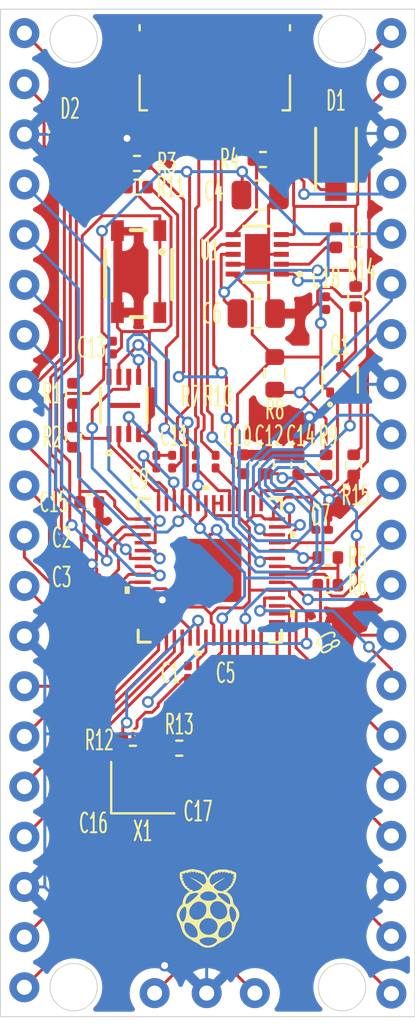
<source format=kicad_pcb>
(kicad_pcb (version 20241229) (generator "pcbnew") (generator_version "9.0")
  (layers (0 "F.Cu" signal) (2 "B.Cu" signal) (13 "F.Paste" user) (15 "B.Paste" user) (5 "F.SilkS" user "F.Silkscreen") (7 "B.SilkS" user "B.Silkscreen") (1 "F.Mask" user) (3 "B.Mask" user) (25 "Edge.Cuts" user))
  (net 0 "")
  (net 1 "GND")
  (net 2 "/GPIO10")
  (net 3 "/GPIO15")
  (net 4 "/GPIO1")
  (net 5 "/GPIO2")
  (net 6 "/GPIO3")
  (net 7 "/GPIO11")
  (net 8 "/GPIO7")
  (net 9 "/GPIO4")
  (net 10 "/GPIO13")
  (net 11 "/GPIO9")
  (net 12 "/GPIO8")
  (net 13 "/GPIO14")
  (net 14 "/GPIO5")
  (net 15 "/GPIO0")
  (net 16 "/GPIO12")
  (net 17 "/GPIO6")
  (net 18 "/GPIO20")
  (net 19 "/ADC_VREF")
  (net 20 "/GPIO17")
  (net 21 "/GPIO27_ADC1")
  (net 22 "+3V3")
  (net 23 "/RUN")
  (net 24 "/GPIO18")
  (net 25 "/GPIO22")
  (net 26 "/GPIO16")
  (net 27 "/GPIO26_ADC0")
  (net 28 "VSYS")
  (net 29 "/GPIO21")
  (net 30 "/GPIO19")
  (net 31 "VBUS")
  (net 32 "/GPIO28_ADC2")
  (net 33 "/3V3_EN")
  (net 34 "+1V1")
  (net 35 "/ADC_AVDD")
  (net 36 "/XIN")
  (net 37 "Net-(C17-Pad1)")
  (net 38 "Net-(Q1-D)")
  (net 39 "Net-(D2-A)")
  (net 40 "/USB_DP")
  (net 41 "/USB_DM")
  (net 43 "/SWCLK")
  (net 44 "/SWDIO")
  (net 45 "Net-(U1-LX2)")
  (net 46 "Net-(U1-LX1)")
  (net 47 "/GPIO29_ADC3")
  (net 48 "/QSPI_SS")
  (net 49 "Net-(R1-Pad1)")
  (net 50 "/GPIO23")
  (net 51 "/GPIO24")
  (net 52 "/USB_DPX")
  (net 53 "/USB_DMX")
  (net 54 "/GPIO25")
  (net 55 "/XOUT")
  (net 56 "/QSPI_SD2")
  (net 57 "/QSPI_SD3")
  (net 58 "/QSPI_SCLK")
  (net 59 "/QSPI_SD1")
  (net 60 "/QSPI_SD0")
  (footprint "Package_TO_SOT_SMD:SOT-523" (layer "F.Cu") (at 152.0643 83.7421 90)
    (property "Reference" "Q1")
    (property "Value" "DMG1012T")
  )
  (footprint "Resistor_SMD:R_0402_1005Metric" (layer "F.Cu") (at 151.4443 92.7421)
    (property "Reference" "R5")
    (property "Value" "5K6")
  )
  (footprint "Capacitor_SMD:C_0201_0603Metric" (layer "F.Cu") (at 139.4093 91.7421)
    (property "Reference" "C2")
    (property "Value" "100n")
  )
  (footprint "myLibrary:MBR120VLSFT1G" (layer "F.Cu") (at 151.8543 72.5788 -90)
    (property "Reference" "D1")
    (property "Value" "MBR120VLSFT1G" (hide yes))
  )
  (footprint "Resistor_SMD:R_0402_1005Metric" (layer "F.Cu") (at 148.1543 72.5921 180)
    (property "Reference" "R4")
    (property "Value" "100K")
  )
  (footprint "myLibrary:W25Q16JVUXIQ_TR" (layer "F.Cu") (at 141.1043 85.0421 90)
    (property "Reference" "U3" (hide yes))
    (property "Value" "W25Q16JVUXIQ TR" (hide yes))
  )
  (footprint "Capacitor_SMD:C_0402_1005Metric" (layer "F.Cu") (at 147.1543 88.0221 90)
    (property "Reference" "C10")
    (property "Value" "2u2")
  )
  (footprint "Capacitor_SMD:C_0201_0603Metric" (layer "F.Cu") (at 151.1543 91.3421)
    (property "Reference" "C7")
    (property "Value" "100n")
  )
  (footprint "Capacitor_SMD:C_0201_0603Metric" (layer "F.Cu") (at 139.4093 93.7421)
    (property "Reference" "C3")
    (property "Value" "100n")
  )
  (footprint "myLibrary:logo" (layer "F.Cu") (at 145.3617 110.4905)
    (property "Reference" "G***" (hide yes))
    (property "Value" "LOGO" (hide yes))
  )
  (footprint "Resistor_SMD:R_0201_0603Metric" (layer "F.Cu") (at 145.7543 87.8871 90)
    (property "Reference" "R10")
    (property "Value" "27R")
  )
  (footprint "Capacitor_SMD:C_0805_2012Metric" (layer "F.Cu") (at 148.0143 74.3921)
    (property "Reference" "C4")
    (property "Value" "47u")
  )
  (footprint "Inductor_SMD:L_0402_1005Metric" (layer "F.Cu") (at 151.8543 76.5571 -90)
    (property "Reference" "L1")
    (property "Value" "2u2" (hide yes))
  )
  (footprint "Resistor_SMD:R_0402_1005Metric" (layer "F.Cu") (at 151.4443 94.1421 180)
    (property "Reference" "R6")
    (property "Value" "10K")
  )
  (footprint "myLibrary:part_2_40_pin" (layer "F.Cu") (at 154.4893 88.3161)
    (property "Reference" "40_part2" (hide yes))
    (property "Value" "Conn_01x20" (hide yes))
  )
  (footprint "Resistor_SMD:R_0402_1005Metric" (layer "F.Cu") (at 141.5643 101.8921)
    (property "Reference" "R12")
    (property "Value" "R")
  )
  (footprint "Capacitor_SMD:C_0201_0603Metric" (layer "F.Cu") (at 151.3543 79.8621 -90)
    (property "Reference" "C18")
    (property "Value" "1n")
  )
  (footprint "Resistor_SMD:R_0402_1005Metric" (layer "F.Cu") (at 151.3543 88.0521 -90)
    (property "Reference" "R9")
    (property "Value" "1R")
  )
  (footprint "Capacitor_SMD:C_0805_2012Metric" (layer "F.Cu") (at 147.8143 80.3921)
    (property "Reference" "C6")
    (property "Value" "47u")
  )
  (footprint "Resistor_SMD:R_0402_1005Metric" (layer "F.Cu") (at 152.8543 79.5321 -90)
    (property "Reference" "R14")
    (property "Value" "200K")
  )
  (footprint "Capacitor_SMD:C_0201_0603Metric" (layer "F.Cu") (at 142.7543 87.8871 -90)
    (property "Reference" "C9")
    (property "Value" "100n")
  )
  (footprint "Capacitor_SMD:C_0201_0603Metric" (layer "F.Cu") (at 139.5643 104.7371 90)
    (property "Reference" "C16")
    (property "Value" "15p")
  )
  (footprint "Connector_USB:USB_Micro-B_Molex_47346-0001" (layer "F.Cu") (at 145.7143 68.3921 180)
    (property "Reference" "J1" (hide yes))
    (property "Value" "USB_B_Micro" (hide yes))
  )
  (footprint "myLibrary:434133025816" (layer "F.Cu") (at 141.8543 78.2671 -90)
    (property "Reference" "SW1" (hide yes))
    (property "Value" "434133025816" (hide yes))
  )
  (footprint "LED_SMD:LED_0402_1005Metric" (layer "F.Cu") (at 138.3793 71.1921)
    (property "Reference" "D2")
    (property "Value" "LED" (hide yes))
  )
  (footprint "Resistor_SMD:R_0402_1005Metric" (layer "F.Cu") (at 143.9143 102.3921)
    (property "Reference" "R13")
    (property "Value" "1K" (hide yes))
  )
  (footprint "Resistor_SMD:R_0402_1005Metric" (layer "F.Cu") (at 152.7543 88.0521 -90)
    (property "Reference" "R15")
    (property "Value" "100K")
  )
  (footprint "Resistor_SMD:R_0402_1005Metric" (layer "F.Cu") (at 138.5543 84.4321 -90)
    (property "Reference" "R1")
    (property "Value" "1K")
  )
  (footprint "myLibrary:RT6150B-33GQW" (layer "F.Cu") (at 147.8643 77.3921 180)
    (property "Reference" "U1")
    (property "Value" "RT6150B-33GQW" (hide yes))
  )
  (footprint "Resistor_SMD:R_0402_1005Metric" (layer "F.Cu") (at 138.5543 86.6521 90)
    (property "Reference" "R2")
    (property "Value" "R")
  )
  (footprint "myLibrary:3_pin_connector" (layer "F.Cu") (at 145.3043 114.9671)
    (property "Reference" "J2" (hide yes))
    (property "Value" "CON_PICO_3W" (hide yes))
  )
  (footprint "Capacitor_SMD:C_0201_0603Metric" (layer "F.Cu") (at 143.5543 87.8871 90)
    (property "Reference" "C11")
    (property "Value" "100n")
  )
  (footprint "Capacitor_SMD:C_0201_0603Metric" (layer "F.Cu") (at 144.5643 104.2371 -90)
    (property "Reference" "C17")
    (property "Value" "15p")
  )
  (footprint "Capacitor_SMD:C_0201_0603Metric" (layer "F.Cu") (at 145.3543 98.5421 -90)
    (property "Reference" "C5")
    (property "Value" "100n")
  )
  (footprint "Capacitor_SMD:C_0402_1005Metric" (layer "F.Cu") (at 148.3543 88.0221 90)
    (property "Reference" "C12")
    (property "Value" "2u2")
  )
  (footprint "Capacitor_SMD:C_0402_1005Metric" (layer "F.Cu") (at 139.3543 89.9421)
    (property "Reference" "C15")
    (property "Value" "2u2")
  )
  (footprint "Capacitor_SMD:C_0201_0603Metric" (layer "F.Cu") (at 144.3543 98.5421 -90)
    (property "Reference" "C1")
    (property "Value" "100n")
  )
  (footprint "Capacitor_SMD:C_0402_1005Metric" (layer "F.Cu") (at 149.9543 88.0621 90)
    (property "Reference" "C14")
    (property "Value" "2u2")
  )
  (footprint "myLibrary:QFN56_7X7_RPI" (layer "F.Cu") (at 145.4643 93.3921)
    (property "Reference" "U2" (hide yes))
    (property "Value" "SC09147" (hide yes))
  )
  (footprint "Capacitor_SMD:C_0201_0603Metric" (layer "F.Cu") (at 140.5543 82.1121 -90)
    (property "Reference" "C13")
    (property "Value" "100n")
  )
  (footprint "myLibrary:part_1_40_pin" (layer "F.Cu") (at 135.8893 89.1921)
    (property "Reference" "40_part1" (hide yes))
    (property "Value" "Conn_01x20" (hide yes))
  )
  (footprint "Resistor_SMD:R_0603_1608Metric" (layer "F.Cu") (at 148.7543 83.4171 -90)
    (property "Reference" "R8")
    (property "Value" "200R")
  )
  (footprint "Oscillator:Oscillator_SMD_SeikoEpson_SG210-4Pin_2.5x2.0mm" (layer "F.Cu") (at 142.0643 104.3921)
    (property "Reference" "X1")
    (property "Value" "12MHz" (hide yes))
  )
  (footprint "Resistor_SMD:R_0201_0603Metric" (layer "F.Cu") (at 144.7543 87.8871 90)
    (property "Reference" "R7")
    (property "Value" "27R")
  )
  (footprint "Resistor_SMD:R_0402_1005Metric" (layer "F.Cu") (at 141.7743 72.7921 180)
    (property "Reference" "R3")
    (property "Value" "100K")
  )
  (footprint "Resistor_SMD:R_0402_1005Metric" (layer "F.Cu") (at 141.7943 73.9921 180)
    (property "Reference" "R11")
    (property "Value" "470R")
  )
  (footprint "Capacitor_SMD:C_0201_0603Metric" (layer "F.Cu") (at 150.7543 95.9421 -60)
    (property "Reference" "C8")
    (property "Value" "100n")
  )
  (gr_circle (center 138.5617 114.4905) (end 139.7617 114.4905) (stroke (width 0.05)) (fill no) (layer "Edge.Cuts"))
  (gr_rect (start 134.8543 64.9821) (end 155.8543 115.9821) (stroke (width 0.05)) (fill no) (layer "Edge.Cuts"))
  (gr_circle (center 152.1617 114.4905) (end 153.3617 114.4905) (stroke (width 0.05)) (fill no) (layer "Edge.Cuts"))
  (gr_circle (center 152.1617 66.4905) (end 153.3617 66.4905) (stroke (width 0.05)) (fill no) (layer "Edge.Cuts"))
  (gr_circle (center 138.5617 66.4905) (end 139.7617 66.4905) (stroke (width 0.05)) (fill no) (layer "Edge.Cuts"))
  (segment (start 143.1707 113.3961) (end 142.9143 113.1397) (width 0.15) (layer "F.Cu") (net 1))
  (segment (start 144.6708 104.5571) (end 145.3543 103.8736) (width 0.15) (layer "F.Cu") (net 1))
  (segment (start 141.991 104.8955) (end 142.1376 105.0421) (width 0.15) (layer "F.Cu") (net 1))
  (segment (start 141.5643 103.7421) (end 141.991 103.7421) (width 0.15) (layer "F.Cu") (net 1))
  (segment (start 142.1289 86.5873) (end 142.4017 86.3145) (width 0.15) (layer "F.Cu") (net 1))
  (segment (start 153.203 79.5321) (end 152.1513 79.5321) (width 0.15) (layer "F.Cu") (net 1))
  (segment (start 147.991 67.1921) (end 147.991 68.5546) (width 0.15) (layer "F.Cu") (net 1))
  (segment (start 152.1793 96.6721) (end 154.6643 96.6721) (width 0.15) (layer "F.Cu") (net 1))
  (segment (start 148.4425 80.0703) (end 148.7643 80.3921) (width 0.15) (layer "F.Cu") (net 1))
  (segment (start 153.4558 79.7849) (end 153.4558 83.9721) (width 0.15) (layer "F.Cu") (net 1))
  (segment (start 153.5386 79.1965) (end 153.203 79.5321) (width 0.15) (layer "F.Cu") (net 1))
  (segment (start 144.4143 68.6188) (end 144.3626 68.5671) (width 0.15) (layer "F.Cu") (net 1))
  (segment (start 143.2268 68.7654) (end 143.6234 68.3688) (width 0.15) (layer "F.Cu") (net 1))
  (segment (start 141.2643 70.5703) (end 138.5161 70.5703) (width 0.15) (layer "F.Cu") (net 1))
  (segment (start 148.4425 77.3921) (end 148.4425 80.0703) (width 0.15) (layer "F.Cu") (net 1))
  (segment (start 149.9543 87.5821) (end 149.9143 87.5421) (width 0.15) (layer "F.Cu") (net 1))
  (segment (start 147.3643 77.8921) (end 147.8643 77.3921) (width 0.15) (layer "F.Cu") (net 1))
  (segment (start 148.4425 77.3921) (end 149.0835 77.3921) (width 0.15) (layer "F.Cu") (net 1))
  (segment (start 136.0643 84.0171) (end 136.578 84.0171) (width 0.15) (layer "F.Cu") (net 1))
  (segment (start 143.0556 94.8893) (end 143.0556 94.9557) (width 0.15) (layer "F.Cu") (net 1))
  (segment (start 139.7293 93.7421) (end 139.7293 93.3186) (width 0.15) (layer "F.Cu") (net 1))
  (segment (start 142.4277 81.3012) (end 140.9867 81.3012) (width 0.15) (layer "F.Cu") (net 1))
  (segment (start 143.0385 75.0635) (end 143.4957 75.5207) (width 0.15) (layer "F.Cu") (net 1))
  (segment (start 148.3543 87.5421) (end 147.1543 87.5421) (width 0.15) (layer "F.Cu") (net 1))
  (segment (start 145.8076 91.3386) (end 145.581 91.5652) (width 0.15) (layer "F.Cu") (net 1))
  (segment (start 140.7793 81.0938) (end 140.9867 81.3012) (width 0.15) (layer "F.Cu") (net 1))
  (segment (start 142.850468 100.270731) (end 142.850468 100.141732) (width 0.15) (layer "F.Cu") (net 1))
  (segment (start 140.7793 76.1921) (end 140.7793 80.3421) (width 0.15) (layer "F.Cu") (net 1))
  (segment (start 145.581 91.5652) (end 145.4643 91.5652) (width 0.15) (layer "F.Cu") (net 1))
  (segment (start 142.9143 105.0421) (end 144.0793 105.0421) (width 0.15) (layer "F.Cu") (net 1))
  (segment (start 143.2268 69.7671) (end 143.2268 68.7654) (width 0.15) (layer "F.Cu") (net 1))
  (segment (start 141.7886 73.3164) (end 141.7886 74.3673) (width 0.15) (layer "F.Cu") (net 1))
  (segment (start 139.8343 89.9421) (end 139.8343 91.6371) (width 0.15) (layer "F.Cu") (net 1))
  (segment (start 151.3543 80.1821) (end 151.2516 80.1821) (width 0.15) (layer "F.Cu") (net 1))
  (segment (start 153.4558 87.8606) (end 152.7543 88.5621) (width 0.15) (layer "F.Cu") (net 1))
  (segment (start 136.578 84.0171) (end 138.0921 82.503) (width 0.15) (layer "F.Cu") (net 1))
  (segment (start 144.1301 98.8621) (end 144.3543 98.8621) (width 0.15) (layer "F.Cu") (net 1))
  (segment (start 141.2643 72.7921) (end 141.7886 73.3164) (width 0.15) (layer "F.Cu") (net 1))
  (segment (start 153.4558 83.9721) (end 153.4558 87.8606) (width 0.15) (layer "F.Cu") (net 1))
  (segment (start 144.4643 96.3644) (end 144.4643 96.7957) (width 0.15) (layer "F.Cu") (net 1))
  (segment (start 151.456 96.9591) (end 151.8923 96.9591) (width 0.15) (layer "F.Cu") (net 1))
  (segment (start 150.9272 79.8577) (end 150.3928 80.3921) (width 0.15) (layer "F.Cu") (net 1))
  (segment (start 142.7543 87.2127) (end 142.1289 86.5873) (width 0.15) (layer "F.Cu") (net 1))
  (segment (start 142.4884 81.2405) (end 142.4277 81.3012) (width 0.15) (layer "F.Cu") (net 1))
  (segment (start 154.6643 83.9721) (end 153.4558 83.9721) (width 0.15) (layer "F.Cu") (net 1))
  (segment (start 151.5115 89.8049) (end 152.7543 88.5621) (width 0.15) (layer "F.Cu") (net 1))
  (segment (start 151.4743 89.8421) (end 151.5115 89.8049) (width 0.15) (layer "F.Cu") (net 1))
  (segment (start 147.991 68.5546) (end 148.2018 68.7654) (width 0.15) (layer "F.Cu") (net 1))
  (segment (start 142.526 105.0421) (end 142.1376 105.0421) (width 0.15) (layer "F.Cu") (net 1))
  (segment (start 141.9517 86.5873) (end 141.8543 86.4899) (width 0.15) (layer "F.Cu") (net 1))
  (segment (start 141.7746 101.0076) (end 142.203932 100.578268) (width 0.15) (layer "F.Cu") (net 1))
  (segment (start 154.6643 71.2721) (end 153.5386 72.3978) (width 0.15) (layer "F.Cu") (net 1))
  (segment (start 144.3626 68.5671) (end 145.7376 67.1921) (width 0.15) (layer "F.Cu") (net 1))
  (segment (start 142.1289 86.5873) (end 141.9517 86.5873) (width 0.15) (layer "F.Cu") (net 1))
  (segment (start 143.6234 68.3688) (end 144.1643 68.3688) (width 0.15) (layer "F.Cu") (net 1))
  (segment (start 148.2018 68.9262) (end 149.0592 68.0688) (width 0.15) (layer "F.Cu") (net 1))
  (segment (start 149.9543 86.186964) (end 149.9543 87.5821) (width 0.15) (layer "F.Cu") (net 1))
  (segment (start 142.526 105.0421) (end 142.9143 105.0421) (width 0.15) (layer "F.Cu") (net 1))
  (segment (start 151.1055 79.0803) (end 150.9272 79.2586) (width 0.15) (layer "F.Cu") (net 1))
  (segment (start 143.2323 81.2405) (end 142.4884 81.2405) (width 0.15) (layer "F.Cu") (net 1))
  (segment (start 139.5643 104.4171) (end 140.2393 103.7421) (width 0.15) (layer "F.Cu") (net 1))
  (segment (start 139.4981 93.0874) (end 139.4884 93.0874) (width 0.15) (layer "F.Cu") (net 1))
  (segment (start 141.2643 70.5703) (end 141.2643 71.5208) (width 0.15) (layer "F.Cu") (net 1))
  (segment (start 148.2018 68.9262) (end 148.2018 68.7654) (width 0.15) (layer "F.Cu") (net 1))
  (segment (start 143.0556 94.9557) (end 144.4643 96.3644) (width 0.15) (layer "F.Cu") (net 1))
  (segment (start 142.3393 68.0688) (end 143.0359 68.7654) (width 0.15) (layer "F.Cu") (net 1))
  (segment (start 138.0921 82.503) (end 138.0921 73.3493) (width 0.15) (layer "F.Cu") (net 1))
  (segment (start 147.8643 77.3921) (end 148.4425 77.3921) (width 0.15) (layer "F.Cu") (net 1))
  (segment (start 144.4143 68.9354) (end 144.4143 68.6188) (width 0.15) (layer "F.Cu") (net 1))
  (segment (start 139.7135 92.872) (end 139.4981 93.0874) (width 0.15) (layer "F.Cu") (net 1))
  (segment (start 144.4143 69.8521) (end 144.4143 68.9354) (width 0.15) (layer "F.Cu") (net 1))
  (segment (start 141.7746 101.315263) (end 141.7746 101.0076) (width 0.15) (layer "F.Cu") (net 1))
  (segment (start 150.9143 96.2192) (end 151.0721 96.2192) (width 0.15) (layer "F.Cu") (net 1))
  (segment (start 143.0359 68.7654) (end 141.2643 70.537) (width 0.15) (layer "F.Cu") (net 1))
  (segment (start 142.7543 87.5671) (end 142.7543 87.2127) (width 0.15) (layer "F.Cu") (net 1))
  (segment (start 151.0721 96.5752) (end 151.456 96.9591) (width 0.15) (layer "F.Cu") (net 1))
  (segment (start 140.7793 80.3421) (end 140.7793 81.0938) (width 0.15) (layer "F.Cu") (net 1))
  (segment (start 139.7135 91.7579) (end 139.7135 92.872) (width 0.15) (layer "F.Cu") (net 1))
  (segment (start 140.2393 103.7421) (end 141.2143 103.7421) (width 0.15) (layer "F.Cu") (net 1))
  (segment (start 150.9343 94.1421) (end 151.0721 94.2799) (width 0.15) (layer "F.Cu") (net 1))
  (segment (start 146.6451 77.8921) (end 147.3643 77.8921) (width 0.15) (layer "F.Cu") (net 1))
  (segment (start 142.4848 75.0635) (end 143.0385 75.0635) (width 0.15) (layer "F.Cu") (net 1))
  (segment (start 142.4017 81.3272) (end 142.4277 81.3012) (width 0.15) (layer "F.Cu") (net 1))
  (segment (start 150.5128 85.628464) (end 149.9543 86.186964) (width 0.15) (layer "F.Cu") (net 1))
  (segment (start 151.2516 80.1821) (end 150.9272 79.8577) (width 0.15) (layer "F.Cu") (net 1))
  (segment (start 142.850468 100.141732) (end 144.1301 98.8621) (width 0.15) (layer "F.Cu") (net 1))
  (segment (start 141.5643 101.525563) (end 141.7746 101.315263) (width 0.15) (layer "F.Cu") (net 1))
  (segment (start 149.0592 68.0688) (end 149.0893 68.0688) (width 0.15) (layer "F.Cu") (net 1))
  (segment (start 141.2643 71.5208) (end 141.2643 72.7921) (width 0.15) (layer "F.Cu") (net 1))
  (segment (start 143.5543 87.5671) (end 142.7543 87.5671) (width 0.15) (layer "F.Cu") (net 1))
  (segment (start 145.3543 103.8736) (end 145.3543 98.8621) (width 0.15) (layer "F.Cu") (net 1))
  (segment (start 142.9143 113.1397) (end 142.9143 105.0421) (width 0.15) (layer "F.Cu") (net 1))
  (segment (start 148.4425 74.9139) (end 148.9643 74.3921) (width 0.15) (layer "F.Cu") (net 1))
  (segment (start 143.0359 68.7654) (end 143.2268 68.7654) (width 0.15) (layer "F.Cu") (net 1))
  (segment (start 153.203 79.5321) (end 153.4558 79.7849) (width 0.15) (layer "F.Cu") (net 1))
  (segment (start 141.2643 70.537) (end 141.2643 70.5703) (width 0.15) (layer "F.Cu") (net 1))
  (segment (start 136.0643 71.3215) (end 136.0643 71.3171) (width 0.15) (layer "F.Cu") (net 1))
  (segment (start 151.0721 96.2192) (end 151.0721 96.5752) (width 0.15) (layer "F.Cu") (net 1))
  (segment (start 145.4643 93.3921) (end 145.4643 91.5652) (width 0.15) (layer "F.Cu") (net 1))
  (segment (start 144.5643 104.5571) (end 144.6708 104.5571) (width 0.15) (layer "F.Cu") (net 1))
  (segment (start 140.6455 82.4321) (end 140.5543 82.4321) (width 0.15) (layer "F.Cu") (net 1))
  (segment (start 141.7886 74.3673) (end 142.4848 75.0635) (width 0.15) (layer "F.Cu") (net 1))
  (segment (start 153.5386 72.3978) (end 153.5386 79.1965) (width 0.15) (layer "F.Cu") (net 1))
  (segment (start 146.8643 67.1921) (end 145.7376 67.1921) (width 0.15) (layer "F.Cu") (net 1))
  (segment (start 139.7293 91.7421) (end 139.7135 91.7579) (width 0.15) (layer "F.Cu") (net 1))
  (segment (start 141.991 103.7421) (end 141.991 104.8955) (width 0.15) (layer "F.Cu") (net 1))
  (segment (start 141.5643 103.7421) (end 141.5643 101.525563) (width 0.15) (layer "F.Cu") (net 1))
  (segment (start 138.5161 70.5703) (end 137.8943 71.1921) (width 0.15) (layer "F.Cu") (net 1))
  (segment (start 148.2018 69.7671) (end 148.2018 68.9262) (width 0.15) (layer "F.Cu") (net 1))
  (segment (start 152.1513 79.5321) (end 151.6995 79.0803) (width 0.15) (layer "F.Cu") (net 1))
  (segment (start 143.4957 80.9771) (end 143.2323 81.2405) (width 0.15) (layer "F.Cu") (net 1))
  (segment (start 142.4017 86.3145) (end 142.4017 81.3272) (width 0.15) (layer "F.Cu") (net 1))
  (segment (start 142.203932 100.578268) (end 142.542931 100.578268) (width 0.15) (layer "F.Cu") (net 1))
  (segment (start 151.8923 96.9591) (end 152.1793 96.6721) (width 0.15) (layer "F.Cu") (net 1))
  (segment (start 144.1643 67.1921) (end 144.1643 68.3688) (width 0.15) (layer "F.Cu") (net 1))
  (segment (start 139.7293 93.3186) (end 139.4981 93.0874) (width 0.15) (layer "F.Cu") (net 1))
  (segment (start 151.0721 94.2799) (end 151.0721 96.2192) (width 0.15) (layer "F.Cu") (net 1))
  (segment (start 148.4425 77.3921) (end 148.4425 74.9139) (width 0.15) (layer "F.Cu") (net 1))
  (segment (start 151.6995 79.0803) (end 151.1055 79.0803) (width 0.15) (layer "F.Cu") (net 1))
  (segment (start 142.542931 100.578268) (end 142.850468 100.270731) (width 0.15) (layer "F.Cu") (net 1))
  (segment (start 149.9143 87.5421) (end 148.3543 87.5421) (width 0.15) (layer "F.Cu") (net 1))
  (segment (start 149.0893 67.1921) (end 149.0893 68.0688) (width 0.15) (layer "F.Cu") (net 1))
  (segment (start 150.3928 80.3921) (end 148.7643 80.3921) (width 0.15) (layer "F.Cu") (net 1))
  (segment (start 142.3393 67.1921) (end 142.3393 68.0688) (width 0.15) (layer "F.Cu") (net 1))
  (segment (start 143.4957 75.5207) (end 143.4957 80.9771) (width 0.15) (layer "F.Cu") (net 1))
  (segment (start 144.0793 105.0421) (end 144.5643 104.5571) (width 0.15) (layer "F.Cu") (net 1))
  (segment (start 140.9867 82.0909) (end 140.6455 82.4321) (width 0.15) (layer "F.Cu") (net 1))
  (segment (start 144.1643 68.3688) (end 144.3626 68.5671) (width 0.15) (layer "F.Cu") (net 1))
  (segment (start 150.9272 79.2586) (end 150.9272 79.8577) (width 0.15) (layer "F.Cu") (net 1))
  (segment (start 140.9867 81.3012) (end 140.9867 82.0909) (width 0.15) (layer "F.Cu") (net 1))
  (segment (start 138.0921 73.3493) (end 136.0643 71.3215) (width 0.15) (layer "F.Cu") (net 1))
  (segment (start 139.8343 91.6371) (end 139.7293 91.7421) (width 0.15) (layer "F.Cu") (net 1))
  (segment (start 151.4743 91.3421) (end 151.4743 89.8421) (width 0.15) (layer "F.Cu") (net 1))
  (segment (start 146.8643 67.1921) (end 147.991 67.1921) (width 0.15) (layer "F.Cu") (net 1))
  (segment (start 141.2143 103.7421) (end 141.5643 103.7421) (width 0.15) (layer "F.Cu") (net 1))
  (via (at 143.1707 113.3961) (size 0.6) (drill 0.35) (layers "F.Cu" "B.Cu") (net 1))
  (via (at 141.2643 71.5208) (size 0.6) (drill 0.35) (layers "F.Cu" "B.Cu") (net 1))
  (via (at 139.4884 93.0874) (size 0.6) (drill 0.35) (layers "F.Cu" "B.Cu") (net 1))
  (via (at 151.5115 89.8049) (size 0.6) (drill 0.35) (layers "F.Cu" "B.Cu") (net 1))
  (via (at 143.0556 94.8893) (size 0.6) (drill 0.35) (layers "F.Cu" "B.Cu") (net 1))
  (via (at 145.8076 91.3386) (size 0.6) (drill 0.35) (layers "F.Cu" "B.Cu") (net 1))
  (via (at 150.5128 85.628464) (size 0.6) (drill 0.35) (layers "F.Cu" "B.Cu") (net 1))
  (segment (start 141.513 71.2721) (end 154.6643 71.2721) (width 0.15) (layer "B.Cu") (net 1))
  (segment (start 149.8922 88.1856) (end 151.5115 89.8049) (width 0.15) (layer "B.Cu") (net 1))
  (segment (start 149.8649 101.6704) (end 154.6643 96.871) (width 0.15) (layer "B.Cu") (net 1))
  (segment (start 148.5775 88.945) (end 148.5775 88.5281) (width 0.15) (layer "B.Cu") (net 1))
  (segment (start 137.8921 94.8893) (end 139.4884 94.8893) (width 0.15) (layer "B.Cu") (net 1))
  (segment (start 150.2961 93.4772) (end 150.8921 92.8812) (width 0.15) (layer "B.Cu") (net 1))
  (segment (start 143.1707 113.3961) (end 145.3043 113.3961) (width 0.15) (layer "B.Cu") (net 1))
  (segment (start 145.3043 114.7921) (end 145.3043 113.3961) (width 0.15) (layer "B.Cu") (net 1))
  (segment (start 137.1009 97.7537) (end 136.0643 96.7171) (width 0.15) (layer "B.Cu") (net 1))
  (segment (start 150.8921 92.8812) (end 150.8921 90.3572) (width 0.15) (layer "B.Cu") (net 1))
  (segment (start 145.8076 91.3386) (end 145.8077 91.3386) (width 0.15) (layer "B.Cu") (net 1))
  (segment (start 154.6643 109.3721) (end 150.6403 113.3961) (width 0.15) (layer "B.Cu") (net 1))
  (segment (start 137.1009 101.6704) (end 137.1009 97.7537) (width 0.15) (layer "B.Cu") (net 1))
  (segment (start 137.1009 109.4171) (end 137.1009 101.6704) (width 0.15) (layer "B.Cu") (net 1))
  (segment (start 148.5775 88.5281) (end 148.92 88.1856) (width 0.15) (layer "B.Cu") (net 1))
  (segment (start 150.5128 85.628464) (end 151.079536 85.628464) (width 0.15) (layer "B.Cu") (net 1))
  (segment (start 145.8077 91.3386) (end 145.8077 91.5054) (width 0.15) (layer "B.Cu") (net 1))
  (segment (start 137.3553 85.3081) (end 137.3553 90.9543) (width 0.15) (layer "B.Cu") (net 1))
  (segment (start 137.3553 90.9543) (end 139.4884 93.0874) (width 0.15) (layer "B.Cu") (net 1))
  (segment (start 136.0643 84.0171) (end 137.3553 85.3081) (width 0.15) (layer "B.Cu") (net 1))
  (segment (start 150.8921 90.3572) (end 149.7803 89.2454) (width 0.15) (layer "B.Cu") (net 1))
  (segment (start 139.4884 94.8893) (end 139.4884 93.0874) (width 0.15) (layer "B.Cu") (net 1))
  (segment (start 141.2643 71.5208) (end 141.513 71.2721) (width 0.15) (layer "B.Cu") (net 1))
  (segment (start 151.079536 85.628464) (end 152.7359 83.9721) (width 0.15) (layer "B.Cu") (net 1))
  (segment (start 145.8077 91.5054) (end 147.7795 93.4772) (width 0.15) (layer "B.Cu") (net 1))
  (segment (start 148.92 88.1856) (end 149.8922 88.1856) (width 0.15) (layer "B.Cu") (net 1))
  (segment (start 141.0606 71.3171) (end 141.2643 71.5208) (width 0.15) (layer "B.Cu") (net 1))
  (segment (start 148.8779 89.2454) (end 148.5775 88.945) (width 0.15) (layer "B.Cu") (net 1))
  (segment (start 136.0643 96.7171) (end 137.8921 94.8893) (width 0.15) (layer "B.Cu") (net 1))
  (segment (start 137.1009 101.6704) (end 149.8649 101.6704) (width 0.15) (layer "B.Cu") (net 1))
  (segment (start 149.7803 89.2454) (end 148.8779 89.2454) (width 0.15) (layer "B.Cu") (net 1))
  (segment (start 152.7359 83.9721) (end 154.6643 83.9721) (width 0.15) (layer "B.Cu") (net 1))
  (segment (start 139.4884 94.8893) (end 143.0556 94.8893) (width 0.15) (layer "B.Cu") (net 1))
  (segment (start 154.6643 96.871) (end 154.6643 96.6721) (width 0.15) (layer "B.Cu") (net 1))
  (segment (start 143.1707 113.3961) (end 141.0799 113.3961) (width 0.15) (layer "B.Cu") (net 1))
  (segment (start 136.0643 71.3171) (end 141.0606 71.3171) (width 0.15) (layer "B.Cu") (net 1))
  (segment (start 147.7795 93.4772) (end 150.2961 93.4772) (width 0.15) (layer "B.Cu") (net 1))
  (segment (start 137.1009 109.4171) (end 136.0643 109.4171) (width 0.15) (layer "B.Cu") (net 1))
  (segment (start 141.0799 113.3961) (end 137.1009 109.4171) (width 0.15) (layer "B.Cu") (net 1))
  (segment (start 150.6403 113.3961) (end 145.3043 113.3961) (width 0.15) (layer "B.Cu") (net 1))
  (segment (start 136.0643 99.2571) (end 137.5228 99.2571) (width 0.15) (layer "F.Cu") (net 2))
  (segment (start 141.1878 95.5921) (end 142.0607 95.5921) (width 0.15) (layer "F.Cu") (net 2))
  (segment (start 137.5228 99.2571) (end 141.1878 95.5921) (width 0.15) (layer "F.Cu") (net 2))
  (segment (start 144.0643 97.5361) (end 138.3186 103.2818) (width 0.15) (layer "F.Cu") (net 3))
  (segment (start 138.3186 112.2428) (end 136.0643 114.4971) (width 0.15) (layer "F.Cu") (net 3))
  (segment (start 138.3186 103.2818) (end 138.3186 112.2428) (width 0.15) (layer "F.Cu") (net 3))
  (segment (start 144.0643 96.7957) (end 144.0643 97.5361) (width 0.15) (layer "F.Cu") (net 3))
  (segment (start 138.3938 82.628) (end 138.3938 73.2242) (width 0.15) (layer "F.Cu") (net 4))
  (segment (start 137.0625 71.8929) (end 137.0625 69.7753) (width 0.15) (layer "F.Cu") (net 4))
  (segment (start 138.3938 73.2242) (end 137.0625 71.8929) (width 0.15) (layer "F.Cu") (net 4))
  (segment (start 137.0625 69.7753) (end 136.0643 68.7771) (width 0.15) (layer "F.Cu") (net 4))
  (segment (start 137.3992 87.4987) (end 137.3992 83.6226) (width 0.15) (layer "F.Cu") (net 4))
  (segment (start 140.6444 92.5336) (end 140.8386 92.7278) (width 0.15) (layer "F.Cu") (net 4))
  (segment (start 140.6444 92.1126) (end 140.6444 92.5336) (width 0.15) (layer "F.Cu") (net 4))
  (segment (start 139.9888 94.1998) (end 138.8487 94.1998) (width 0.15) (layer "F.Cu") (net 4))
  (segment (start 141.1649 91.5921) (end 140.6444 92.1126) (width 0.15) (layer "F.Cu") (net 4))
  (segment (start 138.8487 94.1998) (end 137.9383 93.2894) (width 0.15) (layer "F.Cu") (net 4))
  (segment (start 142.0607 91.5921) (end 141.1649 91.5921) (width 0.15) (layer "F.Cu") (net 4))
  (segment (start 137.9383 88.0378) (end 137.3992 87.4987) (width 0.15) (layer "F.Cu") (net 4))
  (segment (start 140.8386 93.35) (end 139.9888 94.1998) (width 0.15) (layer "F.Cu") (net 4))
  (segment (start 140.8386 92.7278) (end 140.8386 93.35) (width 0.15) (layer "F.Cu") (net 4))
  (segment (start 137.3992 83.6226) (end 138.3938 82.628) (width 0.15) (layer "F.Cu") (net 4))
  (segment (start 137.9383 93.2894) (end 137.9383 88.0378) (width 0.15) (layer "F.Cu") (net 4))
  (segment (start 142.0607 91.9921) (end 142.6938 91.9921) (width 0.15) (layer "F.Cu") (net 5))
  (segment (start 142.6938 91.1269) (end 142.9296 90.8911) (width 0.15) (layer "F.Cu") (net 5))
  (segment (start 142.6938 91.9921) (end 142.6938 91.1269) (width 0.15) (layer "F.Cu") (net 5))
  (via (at 142.9296 90.8911) (size 0.6) (drill 0.35) (layers "F.Cu" "B.Cu") (net 5))
  (segment (start 140.3443 88.3058) (end 142.9296 90.8911) (width 0.15) (layer "B.Cu") (net 5))
  (segment (start 140.3443 78.1371) (end 140.3443 88.3058) (width 0.15) (layer "B.Cu") (net 5))
  (segment (start 136.0643 73.8571) (end 140.3443 78.1371) (width 0.15) (layer "B.Cu") (net 5))
  (segment (start 142.6938 92.3921) (end 142.6938 92.5532) (width 0.15) (layer "F.Cu") (net 6))
  (segment (start 142.0607 92.3921) (end 142.6938 92.3921) (width 0.15) (layer "F.Cu") (net 6))
  (segment (start 142.6938 92.5532) (end 142.9276 92.787) (width 0.15) (layer "F.Cu") (net 6))
  (via (at 142.9276 92.787) (size 0.6) (drill 0.35) (layers "F.Cu" "B.Cu") (net 6))
  (segment (start 136.0643 76.3971) (end 138.8051 79.1379) (width 0.15) (layer "B.Cu") (net 6))
  (segment (start 138.8051 79.1379) (end 138.8051 88.6645) (width 0.15) (layer "B.Cu") (net 6))
  (segment (start 138.8051 88.6645) (end 142.9276 92.787) (width 0.15) (layer "B.Cu") (net 6))
  (segment (start 141.4276 95.9921) (end 141.4276 96.4338) (width 0.15) (layer "F.Cu") (net 7))
  (segment (start 142.0607 95.9921) (end 141.4276 95.9921) (width 0.15) (layer "F.Cu") (net 7))
  (segment (start 141.4276 96.4338) (end 136.0643 101.7971) (width 0.15) (layer "F.Cu") (net 7))
  (segment (start 137.3349 90.3677) (end 137.3349 93.5526) (width 0.15) (layer "F.Cu") (net 8))
  (segment (start 136.0643 89.0971) (end 137.3349 90.3677) (width 0.15) (layer "F.Cu") (net 8))
  (segment (start 138.6331 94.8508) (end 140.5689 94.8508) (width 0.15) (layer "F.Cu") (net 8))
  (segment (start 142.0607 93.9921) (end 141.4276 93.9921) (width 0.15) (layer "F.Cu") (net 8))
  (segment (start 140.5689 94.8508) (end 141.4276 93.9921) (width 0.15) (layer "F.Cu") (net 8))
  (segment (start 137.3349 93.5526) (end 138.6331 94.8508) (width 0.15) (layer "F.Cu") (net 8))
  (segment (start 142.0607 92.7921) (end 141.4276 92.7921) (width 0.15) (layer "F.Cu") (net 9))
  (segment (start 141.4276 92.7921) (end 141.4276 92.5533) (width 0.15) (layer "F.Cu") (net 9))
  (segment (start 141.4276 92.5533) (end 141.2018 92.3275) (width 0.15) (layer "F.Cu") (net 9))
  (via (at 141.2018 92.3275) (size 0.6) (drill 0.35) (layers "F.Cu" "B.Cu") (net 9))
  (segment (start 137.9587 80.8315) (end 136.0643 78.9371) (width 0.15) (layer "B.Cu") (net 9))
  (segment (start 141.2018 92.3275) (end 137.9587 89.0844) (width 0.15) (layer "B.Cu") (net 9))
  (segment (start 137.9587 89.0844) (end 137.9587 80.8315) (width 0.15) (layer "B.Cu") (net 9))
  (segment (start 143.2643 97.4827) (end 137.5652 103.1818) (width 0.15) (layer "F.Cu") (net 10))
  (segment (start 137.5652 105.3762) (end 136.0643 106.8771) (width 0.15) (layer "F.Cu") (net 10))
  (segment (start 137.5652 103.1818) (end 137.5652 105.3762) (width 0.15) (layer "F.Cu") (net 10))
  (segment (start 143.2643 96.7957) (end 143.2643 97.4827) (width 0.15) (layer "F.Cu") (net 10))
  (segment (start 140.835 95.5182) (end 141.1611 95.1921) (width 0.15) (layer "F.Cu") (net 11))
  (segment (start 141.1611 95.1921) (end 142.0607 95.1921) (width 0.15) (layer "F.Cu") (net 11))
  (segment (start 137.4054 95.5182) (end 140.835 95.5182) (width 0.15) (layer "F.Cu") (net 11))
  (segment (start 136.0643 94.1771) (end 137.4054 95.5182) (width 0.15) (layer "F.Cu") (net 11))
  (segment (start 136.0643 91.6371) (end 136.0643 92.7198) (width 0.15) (layer "F.Cu") (net 12))
  (segment (start 141.1344 94.7921) (end 142.0607 94.7921) (width 0.15) (layer "F.Cu") (net 12))
  (segment (start 140.7469 95.1796) (end 141.1344 94.7921) (width 0.15) (layer "F.Cu") (net 12))
  (segment (start 136.0643 92.7198) (end 138.5241 95.1796) (width 0.15) (layer "F.Cu") (net 12))
  (segment (start 138.5241 95.1796) (end 140.7469 95.1796) (width 0.15) (layer "F.Cu") (net 12))
  (segment (start 137.8669 110.1545) (end 136.0643 111.9571) (width 0.15) (layer "F.Cu") (net 13))
  (segment (start 143.6643 97.5094) (end 137.8669 103.3068) (width 0.15) (layer "F.Cu") (net 13))
  (segment (start 137.8669 103.3068) (end 137.8669 110.1545) (width 0.15) (layer "F.Cu") (net 13))
  (segment (start 143.6643 97.4288) (end 143.6643 97.5094) (width 0.15) (layer "F.Cu") (net 13))
  (segment (start 143.6643 96.7957) (end 143.6643 97.4288) (width 0.15) (layer "F.Cu") (net 13))
  (segment (start 142.4766 93.1921) (end 142.9318 93.6473) (width 0.15) (layer "F.Cu") (net 14))
  (segment (start 142.0607 93.1921) (end 142.4766 93.1921) (width 0.15) (layer "F.Cu") (net 14))
  (via (at 142.9318 93.6473) (size 0.6) (drill 0.35) (layers "F.Cu" "B.Cu") (net 14))
  (segment (start 137.657 83.0698) (end 137.657 89.2275) (width 0.15) (layer "B.Cu") (net 14))
  (segment (start 136.0643 81.4771) (end 137.657 83.0698) (width 0.15) (layer "B.Cu") (net 14))
  (segment (start 137.657 89.2275) (end 139.0034 90.5739) (width 0.15) (layer "B.Cu") (net 14))
  (segment (start 141.756 93.6473) (end 142.9318 93.6473) (width 0.15) (layer "B.Cu") (net 14))
  (segment (start 139.0034 90.5739) (end 139.0034 90.8947) (width 0.15) (layer "B.Cu") (net 14))
  (segment (start 139.0034 90.8947) (end 141.756 93.6473) (width 0.15) (layer "B.Cu") (net 14))
  (segment (start 138.6955 72.8433) (end 137.3682 71.516) (width 0.15) (layer "F.Cu") (net 15))
  (segment (start 138.6955 82.753) (end 138.6955 72.8433) (width 0.15) (layer "F.Cu") (net 15))
  (segment (start 137.3682 67.496) (end 136.0643 66.1921) (width 0.15) (layer "F.Cu") (net 15))
  (segment (start 142.0607 91.1921) (end 141.0524 91.1921) (width 0.15) (layer "F.Cu") (net 15))
  (segment (start 141.0524 91.1921) (end 140.2402 92.0043) (width 0.15) (layer "F.Cu") (net 15))
  (segment (start 138.3646 90.9987) (end 138.3646 87.8876) (width 0.15) (layer "F.Cu") (net 15))
  (segment (start 137.701 83.7475) (end 138.6955 82.753) (width 0.15) (layer "F.Cu") (net 15))
  (segment (start 137.3682 71.516) (end 137.3682 67.496) (width 0.15) (layer "F.Cu") (net 15))
  (segment (start 138.465 91.0991) (end 138.3646 90.9987) (width 0.15) (layer "F.Cu") (net 15))
  (segment (start 137.701 87.224) (end 137.701 83.7475) (width 0.15) (layer "F.Cu") (net 15))
  (segment (start 140.2402 92.0043) (end 140.2402 92.895) (width 0.15) (layer "F.Cu") (net 15))
  (segment (start 138.3646 87.8876) (end 137.701 87.224) (width 0.15) (layer "F.Cu") (net 15))
  (via (at 140.2402 92.895) (size 0.6) (drill 0.35) (layers "F.Cu" "B.Cu") (net 15))
  (via (at 138.465 91.0991) (size 0.6) (drill 0.35) (layers "F.Cu" "B.Cu") (net 15))
  (segment (start 140.2402 92.8743) (end 140.2402 92.895) (width 0.15) (layer "B.Cu") (net 15))
  (segment (start 138.465 91.0991) (end 140.2402 92.8743) (width 0.15) (layer "B.Cu") (net 15))
  (segment (start 136.0643 104.2288) (end 136.0643 104.3371) (width 0.15) (layer "F.Cu") (net 16))
  (segment (start 142.8643 97.4288) (end 136.0643 104.2288) (width 0.15) (layer "F.Cu") (net 16))
  (segment (start 142.8643 96.7957) (end 142.8643 97.4288) (width 0.15) (layer "F.Cu") (net 16))
  (segment (start 136.0643 86.9254) (end 137.6366 88.4977) (width 0.15) (layer "F.Cu") (net 17))
  (segment (start 137.6366 93.4214) (end 138.7198 94.5046) (width 0.15) (layer "F.Cu") (net 17))
  (segment (start 138.7198 94.5046) (end 140.4516 94.5046) (width 0.15) (layer "F.Cu") (net 17))
  (segment (start 141.3641 93.5921) (end 142.0607 93.5921) (width 0.15) (layer "F.Cu") (net 17))
  (segment (start 140.4516 94.5046) (end 141.3641 93.5921) (width 0.15) (layer "F.Cu") (net 17))
  (segment (start 136.0643 86.5571) (end 136.0643 86.9254) (width 0.15) (layer "F.Cu") (net 17))
  (segment (start 137.6366 88.4977) (end 137.6366 93.4214) (width 0.15) (layer "F.Cu") (net 17))
  (segment (start 149.8353 95.4997) (end 149.8353 97.3137) (width 0.15) (layer "F.Cu") (net 18))
  (segment (start 149.8353 97.3137) (end 154.2737 101.7521) (width 0.15) (layer "F.Cu") (net 18))
  (segment (start 154.2737 101.7521) (end 154.6643 101.7521) (width 0.15) (layer "F.Cu") (net 18))
  (segment (start 148.8679 95.1921) (end 149.501 95.1921) (width 0.15) (layer "F.Cu") (net 18))
  (segment (start 149.501 95.1921) (end 149.5277 95.1921) (width 0.15) (layer "F.Cu") (net 18))
  (segment (start 149.5277 95.1921) (end 149.8353 95.4997) (width 0.15) (layer "F.Cu") (net 18))
  (segment (start 150.0099 84.3831) (end 151.3543 85.7275) (width 0.15) (layer "F.Cu") (net 19))
  (segment (start 148.8953 84.3831) (end 148.7543 84.2421) (width 0.15) (layer "F.Cu") (net 19))
  (segment (start 150.0099 84.3831) (end 148.8953 84.3831) (width 0.15) (layer "F.Cu") (net 19))
  (segment (start 151.3543 85.7275) (end 151.3543 87.5421) (width 0.15) (layer "F.Cu") (net 19))
  (via (at 150.0099 84.3831) (size 0.6) (drill 0.35) (layers "F.Cu" "B.Cu") (net 19))
  (segment (start 154.6643 78.8921) (end 154.6643 79.7287) (width 0.15) (layer "B.Cu") (net 19))
  (segment (start 154.6643 79.7287) (end 150.0099 84.3831) (width 0.15) (layer "B.Cu") (net 19))
  (segment (start 148.0643 105.3121) (end 148.0643 96.7957) (width 0.15) (layer "F.Cu") (net 20))
  (segment (start 154.6643 111.9121) (end 148.0643 105.3121) (width 0.15) (layer "F.Cu") (net 20))
  (segment (start 149.501 91.9921) (end 149.501 91.6224) (width 0.15) (layer "F.Cu") (net 21))
  (segment (start 148.8679 91.9921) (end 149.501 91.9921) (width 0.15) (layer "F.Cu") (net 21))
  (segment (start 149.501 91.6224) (end 150.0312 91.0922) (width 0.15) (layer "F.Cu") (net 21))
  (via (at 150.0312 91.0922) (size 0.6) (drill 0.35) (layers "F.Cu" "B.Cu") (net 21))
  (segment (start 153.6873 85.5351) (end 151.9627 85.5351) (width 0.15) (layer "B.Cu") (net 21))
  (segment (start 148.545 87.2805) (end 147.6724 88.1531) (width 0.15) (layer "B.Cu") (net 21))
  (segment (start 154.6643 86.5121) (end 153.6873 85.5351) (width 0.15) (layer "B.Cu") (net 21))
  (segment (start 151.9627 85.5351) (end 150.2173 87.2805) (width 0.15) (layer "B.Cu") (net 21))
  (segment (start 147.6724 88.1531) (end 147.6724 89.32) (width 0.15) (layer "B.Cu") (net 21))
  (segment (start 147.6724 89.32) (end 149.4446 91.0922) (width 0.15) (layer "B.Cu") (net 21))
  (segment (start 150.2173 87.2805) (end 148.545 87.2805) (width 0.15) (layer "B.Cu") (net 21))
  (segment (start 149.4446 91.0922) (end 150.0312 91.0922) (width 0.15) (layer "B.Cu") (net 21))
  (segment (start 148.6835 90.3051) (end 149.3035 89.6851) (width 0.15) (layer "F.Cu") (net 22))
  (segment (start 147.4651 94.9782) (end 147.1513 95.292) (width 0.15) (layer "F.Cu") (net 22))
  (segment (start 147.4651 94.3921) (end 147.4651 94.9782) (width 0.15) (layer "F.Cu") (net 22))
  (segment (start 140.0893 82.9612) (end 140.0893 82.1718) (width 0.15) (layer "F.Cu") (net 22))
  (segment (start 150.3631 95.5423) (end 150.3631 95.665) (width 0.15) (layer "F.Cu") (net 22))
  (segment (start 138.8743 87.4821) (end 138.5543 87.1621) (width 0.15) (layer "F.Cu") (net 22))
  (segment (start 138.8743 89.9421) (end 138.8743 89.3974) (width 0.15) (layer "F.Cu") (net 22))
  (segment (start 141.2925 90.7921) (end 141.4276 90.7921) (width 0.15) (layer "F.Cu") (net 22))
  (segment (start 149.3035 89.6851) (end 150.6205 89.6851) (width 0.15) (layer "F.Cu") (net 22))
  (segment (start 140.6448 89.8666) (end 140.6448 90.1444) (width 0.15) (layer "F.Cu") (net 22))
  (segment (start 147.6643 90.6201) (end 147.6643 90.6216) (width 0.15) (layer "F.Cu") (net 22))
  (segment (start 150.6205 91.1283) (end 150.8343 91.3421) (width 0.15) (layer "F.Cu") (net 22))
  (segment (start 147.6145 79.3615) (end 147.6145 81.4523) (width 0.15) (layer "F.Cu") (net 22))
  (segment (start 142.325468 100.053268) (end 144.156636 98.2221) (width 0.15) (layer "F.Cu") (net 22))
  (segment (start 147.6643 90.6216) (end 148.0643 90.6216) (width 0.15) (layer "F.Cu") (net 22))
  (segment (start 149.501 94.3921) (end 149.501 94.6802) (width 0.15) (layer "F.Cu") (net 22))
  (segment (start 145.6643 90.6216) (end 146.8673 90.6216) (width 0.15) (layer "F.Cu") (net 22))
  (segment (start 148.8679 90.7921) (end 148.6835 90.7921) (width 0.15) (layer "F.Cu") (net 22))
  (segment (start 149.0835 78.3921) (end 149.6912 78.3921) (width 0.15) (layer "F.Cu") (net 22))
  (segment (start 147.4651 91.2194) (end 147.4651 94.3921) (width 0.15) (layer "F.Cu") (net 22))
  (segment (start 140.469 81.7921) (end 140.5543 81.7921) (width 0.15) (layer "F.Cu") (net 22))
  (segment (start 146.5996 87.9474) (end 146.5996 86.1697) (width 0.15) (layer "F.Cu") (net 22))
  (segment (start 147.6643 90.5457) (end 147.6643 90.6201) (width 0.15) (layer "F.Cu") (net 22))
  (segment (start 140.6448 90.1444) (end 141.2925 90.7921) (width 0.15) (layer "F.Cu") (net 22))
  (segment (start 147.1017 74.3547) (end 147.0643 74.3921) (width 0.15) (layer "F.Cu") (net 22))
  (segment (start 146.863 84.4834) (end 148.7543 82.5921) (width 0.15) (layer "F.Cu") (net 22))
  (segment (start 147.1543 88.5021) (end 146.5996 87.9474) (width 0.15) (layer "F.Cu") (net 22))
  (segment (start 149.9274 78.6283) (end 149.9274 78.7325) (width 0.15) (layer "F.Cu") (net 22))
  (segment (start 147.4651 94.3921) (end 148.8679 94.3921) (width 0.15) (layer "F.Cu") (net 22))
  (segment (start 150.6205 89.6851) (end 150.6205 91.1283) (width 0.15) (layer "F.Cu") (net 22))
  (segment (start 144.2939 73.2073) (end 144.4369 73.3503) (width 0.15) (layer "F.Cu") (net 22))
  (segment (start 144.156636 98.2221) (end 144.3543 98.2221) (width 0.15) (layer "F.Cu") (net 22))
  (segment (start 145.1574 95.2492) (end 145.5321 95.6239) (width 0.15) (layer "F.Cu") (net 22))
  (segment (start 139.0893 90.1571) (end 138.8743 89.9421) (width 0.15) (layer "F.Cu") (net 22))
  (segment (start 151.0887 82.5921) (end 148.7543 82.5921) (width 0.15) (layer "F.Cu") (net 22))
  (segment (start 146.5996 86.1697) (end 146.863 85.9063) (width 0.15) (layer "F.Cu") (net 22))
  (segment (start 140.0893 83.4428) (end 140.0866 83.4455) (width 0.15) (layer "F.Cu") (net 22))
  (segment (start 140.0893 82.1718) (end 140.469 81.7921) (width 0.15) (layer "F.Cu") (net 22))
  (segment (start 142.5801 94.3921) (end 142.6508 94.3214) (width 0.15) (layer "F.Cu") (net 22))
  (segment (start 150.3631 95.665) (end 150.5943 95.665) (width 0.15) (layer "F.Cu") (net 22))
  (segment (start 151.5643 84.3871) (end 151.9318 84.7546) (width 0.15) (layer "F.Cu") (net 22))
  (segment (start 140.0866 83.4455) (end 140.0866 83.7129) (width 0.15) (layer "F.Cu") (net 22))
  (segment (start 139.3674 84.4321) (end 138.1793 84.4321) (width 0.15) (layer "F.Cu") (net 22))
  (segment (start 146.6451 78.3921) (end 147.6145 79.3615) (width 0.15) (layer "F.Cu") (net 22))
  (segment (start 144.4369 85.0667) (end 143.8183 85.6853) (width 0.15) (layer "F.Cu") (net 22))
  (segment (start 151.5643 84.3871) (end 151.0887 83.9115) (width 0.15) (layer "F.Cu") (net 22))
  (segment (start 143.7775 95.2492) (end 145.1574 95.2492) (width 0.15) (layer "F.Cu") (net 22))
  (segment (start 146.8673 90.6216) (end 147.2658 91.0201) (width 0.15) (layer "F.Cu") (net 22))
  (segment (start 140.0866 83.7129) (end 139.3674 84.4321) (width 0.15) (layer "F.Cu") (net 22))
  (segment (start 151.1269 89.1787) (end 150.6205 89.6851) (width 0.15) (layer "F.Cu") (net 22))
  (segment (start 139.0893 91.7421) (end 139.0893 90.1571) (width 0.15) (layer "F.Cu") (net 22))
  (segment (start 138.1793 84.4321) (end 138.0027 84.6087) (width 0.15) (layer "F.Cu") (net 22))
  (segment (start 148.0643 90.6216) (end 148.2348 90.7921) (width 0.15) (layer "F.Cu") (net 22))
  (segment (start 144.0194 87.8595) (end 143.6718 88.2071) (width 0.15) (layer "F.Cu") (net 22))
  (segment (start 145.6643 96.7957) (end 145.6643 96.1626) (width 0.15) (layer "F.Cu") (net 22))
  (segment (start 146.863 85.9063) (end 146.863 84.4834) (width 0.15) (layer "F.Cu") (net 22))
  (segment (start 143.6718 88.2071) (end 143.5543 88.2071) (width 0.15) (layer "F.Cu") (net 22))
  (segment (start 148.5514 90.7921) (end 148.2348 90.7921) (width 0.15) (layer "F.Cu") (net 22))
  (segment (start 149.6912 78.3921) (end 149.9274 78.6283) (width 0.15) (layer "F.Cu") (net 22))
  (segment (start 151.0887 83.9115) (end 151.0887 82.5921) (width 0.15) (layer "F.Cu") (net 22))
  (segment (start 149.1466 94.3921) (end 148.8679 94.3921) (width 0.15) (layer "F.Cu") (net 22))
  (segment (start 149.4252 94.3921) (end 149.4995 94.3921) (width 0.15) (layer "F.Cu") (net 22))
  (segment (start 149.1466 94.3921) (end 149.4252 94.3921) (width 0.15) (layer "F.Cu") (net 22))
  (segment (start 139.9983 81.3214) (end 140.469 81.7921) (width 0.15) (layer "F.Cu") (net 22))
  (segment (start 138.9617 93.6145) (end 139.0893 93.7421) (width 0.15) (layer "F.Cu") (net 22))
  (segment (start 140.0893 82.9612) (end 140.3543 82.9612) (width 0.15) (layer "F.Cu") (net 22))
  (segment (start 138.9617 91.8697) (end 138.9617 93.6145) (width 0.15) (layer "F.Cu") (net 22))
  (segment (start 139.9983 76.203) (end 139.9983 81.3214) (width 0.15) (layer "F.Cu") (net 22))
  (segment (start 147.6145 81.4523) (end 148.7543 82.5921) (width 0.15) (layer "F.Cu") (net 22))
  (segment (start 149.501 94.6802) (end 150.3631 95.5423) (width 0.15) (layer "F.Cu") (net 22))
  (segment (start 147.1513 95.292) (end 145.864 95.292) (width 0.15) (layer "F.Cu") (net 22))
  (segment (start 142.0607 94.3921) (end 142.5801 94.3921) (width 0.15) (layer "F.Cu") (net 22))
  (segment (start 144.0194 86.9863) (end 144.0194 87.8595) (width 0.15) (layer "F.Cu") (net 22))
  (segment (start 147.6643 90.6216) (end 147.2658 91.0201) (width 0.15) (layer "F.Cu") (net 22))
  (segment (start 138.0027 84.6087) (end 138.0027 86.6105) (width 0.15) (layer "F.Cu") (net 22))
  (segment (start 151.5702 89.1787) (end 151.1269 89.1787) (width 0.15) (layer "F.Cu") (net 22))
  (segment (start 142.6508 94.3214) (end 143.2326 94.3214) (width 0.15) (layer "F.Cu") (net 22))
  (segment (start 150.3631 95.665) (end 150.3631 97.0945) (width 0.15) (layer "F.Cu") (net 22))
  (segment (start 143.2326 94.3214) (end 143.5823 94.6711) (width 0.15) (layer "F.Cu") (net 22))
  (segment (start 148.5514 90.7921) (end 148.6835 90.7921) (width 0.15) (layer "F.Cu") (net 22))
  (segment (start 139.0893 91.7421) (end 138.9617 91.8697) (width 0.15) (layer "F.Cu") (net 22))
  (segment (start 151.0887 82.5921) (end 151.0887 80.8843) (width 0.15) (layer "F.Cu") (net 22))
  (segment (start 140.1756 89.3974) (end 140.6448 89.8666) (width 0.15) (layer "F.Cu") (net 22))
  (segment (start 148.6835 90.7921) (end 148.6835 90.3051) (width 0.15) (layer "F.Cu") (net 22))
  (segment (start 144.4369 73.3503) (end 144.4369 85.0667) (width 0.15) (layer "F.Cu") (net 22))
  (segment (start 138.8743 89.3974) (end 138.8743 87.4821) (width 0.15) (layer "F.Cu") (net 22))
  (segment (start 151.9318 84.7546) (end 151.9318 88.8171) (width 0.15) (layer "F.Cu") (net 22))
  (segment (start 145.6643 89.9885) (end 145.6643 90.6216) (width 0.15) (layer "F.Cu") (net 22))
  (segment (start 142.0607 90.7921) (end 141.4276 90.7921) (width 0.15) (layer "F.Cu") (net 22))
  (segment (start 138.8743 89.3974) (end 140.1756 89.3974) (width 0.15) (layer "F.Cu") (net 22))
  (segment (start 147.6643 89.9885) (end 147.6643 90.5457) (width 0.15) (layer "F.Cu") (net 22))
  (segment (start 140.3543 83.5943) (end 140.3543 82.9612) (width 0.15) (layer "F.Cu") (net 22))
  (segment (start 151.9318 88.8171) (end 151.5702 89.1787) (width 0.15) (layer "F.Cu") (net 22))
  (segment (start 145.5321 95.6239) (end 145.5321 96.0304) (width 0.15) (layer "F.Cu") (net 22))
  (segment (start 143.8183 85.6853) (end 143.8183 86.7852) (width 0.15) (layer "F.Cu") (net 22))
  (segment (start 145.864 95.292) (end 145.5321 95.6239) (width 0.15) (layer "F.Cu") (net 22))
  (segment (start 147.2658 91.0201) (end 147.4651 91.2194) (width 0.15) (layer "F.Cu") (net 22))
  (segment (start 140.0893 82.9612) (end 140.0893 83.4428) (width 0.15) (layer "F.Cu") (net 22))
  (segment (start 145.5321 96.0304) (end 145.6643 96.1626) (width 0.15) (layer "F.Cu") (net 22))
  (segment (start 143.5823 94.6711) (end 143.5823 95.054) (width 0.15) (layer "F.Cu") (net 22))
  (segment (start 138.0027 86.6105) (end 138.5543 87.1621) (width 0.15) (layer "F.Cu") (net 22))
  (segment (start 146.0643 89.9885) (end 145.6643 89.9885) (width 0.15) (layer "F.Cu") (net 22))
  (segment (start 147.1017 73.2073) (end 147.1017 74.3547) (width 0.15) (layer "F.Cu") (net 22))
  (segment (start 143.8183 86.7852) (end 144.0194 86.9863) (width 0.15) (layer "F.Cu") (net 22))
  (segment (start 143.5823 95.054) (end 143.7775 95.2492) (width 0.15) (layer "F.Cu") (net 22))
  (segment (start 149.4995 94.3921) (end 149.501 94.3921) (width 0.15) (layer "F.Cu") (net 22))
  (via (at 142.325468 100.053268) (size 0.6) (drill 0.35) (layers "F.Cu" "B.Cu") (net 22))
  (via (at 150.3631 97.0945) (size 0.6) (drill 0.35) (layers "F.Cu" "B.Cu") (net 22))
  (via (at 151.0887 80.8843) (size 0.6) (drill 0.35) (layers "F.Cu" "B.Cu") (net 22))
  (via (at 149.9274 78.7325) (size 0.6) (drill 0.35) (layers "F.Cu" "B.Cu") (net 22))
  (via (at 144.2939 73.2073) (size 0.6) (drill 0.35) (layers "F.Cu" "B.Cu") (net 22))
  (via (at 139.9983 76.203) (size 0.6) (drill 0.35) (layers "F.Cu" "B.Cu") (net 22))
  (via (at 147.1017 73.2073) (size 0.6) (drill 0.35) (layers "F.Cu" "B.Cu") (net 22))
  (segment (start 150.2465 76.3521) (end 147.1017 73.2073) (width 0.15) (layer "B.Cu") (net 22))
  (segment (start 151.0887 78.7325) (end 151.0887 80.8843) (width 0.15) (layer "B.Cu") (net 22))
  (segment (start 144.2939 73.2073) (end 142.994 73.2073) (width 0.15) (layer "B.Cu") (net 22))
  (segment (start 154.6643 76.3521) (end 151.4573 76.3521) (width 0.15) (layer "B.Cu") (net 22))
  (segment (start 142.325468 100.053268) (end 145.284236 97.0945) (width 0.15) (layer "B.Cu") (net 22))
  (segment (start 151.1664 78.7325) (end 151.0887 78.7325) (width 0.15) (layer "B.Cu") (net 22))
  (segment (start 151.4573 76.3521) (end 151.4573 78.4416) (width 0.15) (layer "B.Cu") (net 22))
  (segment (start 147.1017 73.2073) (end 144.2939 73.2073) (width 0.15) (layer "B.Cu") (net 22))
  (segment (start 145.284236 97.0945) (end 150.3631 97.0945) (width 0.15) (layer "B.Cu") (net 22))
  (segment (start 151.0887 78.7325) (end 149.9274 78.7325) (width 0.15) (layer "B.Cu") (net 22))
  (segment (start 151.4573 78.4416) (end 151.1664 78.7325) (width 0.15) (layer "B.Cu") (net 22))
  (segment (start 142.994 73.2073) (end 139.9983 76.203) (width 0.15) (layer "B.Cu") (net 22))
  (segment (start 151.4573 76.3521) (end 150.2465 76.3521) (width 0.15) (layer "B.Cu") (net 22))
  (segment (start 147.2643 96.7957) (end 147.2643 95.8372) (width 0.15) (layer "F.Cu") (net 23))
  (via (at 147.2643 95.8372) (size 0.6) (drill 0.35) (layers "F.Cu" "B.Cu") (net 23))
  (segment (start 148.3429 94.3381) (end 151.9183 94.3381) (width 0.15) (layer "B.Cu") (net 23))
  (segment (start 147.2643 95.4167) (end 148.3429 94.3381) (width 0.15) (layer "B.Cu") (net 23))
  (segment (start 151.9183 94.3381) (end 154.6643 91.5921) (width 0.15) (layer "B.Cu") (net 23))
  (segment (start 147.2643 95.8372) (end 147.2643 95.4167) (width 0.15) (layer "B.Cu") (net 23))
  (segment (start 148.8679 101.0357) (end 148.8679 95.9921) (width 0.15) (layer "F.Cu") (net 24))
  (segment (start 154.6643 106.8321) (end 148.8679 101.0357) (width 0.15) (layer "F.Cu") (net 24))
  (segment (start 148.8679 93.9921) (end 149.5577 93.9921) (width 0.15) (layer "F.Cu") (net 25))
  (segment (start 149.5577 93.9921) (end 150.4326 94.867) (width 0.15) (layer "F.Cu") (net 25))
  (via (at 150.4326 94.867) (size 0.6) (drill 0.35) (layers "F.Cu" "B.Cu") (net 25))
  (segment (start 153.9294 94.867) (end 150.4326 94.867) (width 0.15) (layer "B.Cu") (net 25))
  (segment (start 154.6643 94.1321) (end 153.9294 94.867) (width 0.15) (layer "B.Cu") (net 25))
  (segment (start 147.6643 107.8161) (end 147.6643 96.7957) (width 0.15) (layer "F.Cu") (net 26))
  (segment (start 154.6643 114.8161) (end 147.6643 107.8161) (width 0.15) (layer "F.Cu") (net 26))
  (segment (start 149.5918 92.3921) (end 149.9918 91.9921) (width 0.15) (layer "F.Cu") (net 27))
  (segment (start 149.9918 91.9921) (end 151.7243 91.9921) (width 0.15) (layer "F.Cu") (net 27))
  (segment (start 151.7243 91.9921) (end 154.6643 89.0521) (width 0.15) (layer "F.Cu") (net 27))
  (segment (start 148.8679 92.3921) (end 149.5918 92.3921) (width 0.15) (layer "F.Cu") (net 27))
  (segment (start 149.7075 73.6353) (end 149.7075 74.9342) (width 0.15) (layer "F.Cu") (net 28))
  (segment (start 151.8543 71.0421) (end 152.6271 71.0421) (width 0.15) (layer "F.Cu") (net 28))
  (segment (start 146.8643 80.3921) (end 146.1894 79.7172) (width 0.15) (layer "F.Cu") (net 28))
  (segment (start 152.6271 71.0421) (end 152.957 71.0421) (width 0.15) (layer "F.Cu") (net 28))
  (segment (start 146.1894 79.7172) (end 146.1894 79.3114) (width 0.15) (layer "F.Cu") (net 28))
  (segment (start 149.739 74.9657) (end 152.8543 74.9657) (width 0.15) (layer "F.Cu") (net 28))
  (segment (start 149.0835 76.3921) (end 149.6912 76.3921) (width 0.15) (layer "F.Cu") (net 28))
  (segment (start 148.6643 72.5921) (end 149.7075 73.6353) (width 0.15) (layer "F.Cu") (net 28))
  (segment (start 146.1512 77.3921) (end 146.0389 77.3921) (width 0.15) (layer "F.Cu") (net 28))
  (segment (start 149.739 74.9657) (end 149.739 76.3443) (width 0.15) (layer "F.Cu") (net 28))
  (segment (start 152.8543 79.0221) (end 152.8543 78.2058) (width 0.15) (layer "F.Cu") (net 28))
  (segment (start 152.957 71.0421) (end 152.957 70.4394) (width 0.15) (layer "F.Cu") (net 28))
  (segment (start 152.8543 78.2058) (end 150.9259 78.2058) (width 0.15) (layer "F.Cu") (net 28))
  (segment (start 149.7075 74.9342) (end 149.739 74.9657) (width 0.15) (layer "F.Cu") (net 28))
  (segment (start 152.957 70.4394) (end 154.6643 68.7321) (width 0.15) (layer "F.Cu") (net 28))
  (segment (start 152.8543 78.2058) (end 152.8543 74.9657) (width 0.15) (layer "F.Cu") (net 28))
  (segment (start 152.8543 74.9657) (end 152.957 74.863) (width 0.15) (layer "F.Cu") (net 28))
  (segment (start 146.0389 77.3921) (end 146.0374 77.3921) (width 0.15) (layer "F.Cu") (net 28))
  (segment (start 146.0374 77.3921) (end 146.0374 79.1594) (width 0.15) (layer "F.Cu") (net 28))
  (segment (start 149.739 76.3443) (end 149.6912 76.3921) (width 0.15) (layer "F.Cu") (net 28))
  (segment (start 146.0374 79.1594) (end 146.1894 79.3114) (width 0.15) (layer "F.Cu") (net 28))
  (segment (start 152.957 74.863) (end 152.957 71.0421) (width 0.15) (layer "F.Cu") (net 28))
  (segment (start 146.6451 77.3921) (end 146.1512 77.3921) (width 0.15) (layer "F.Cu") (net 28))
  (via (at 146.1894 79.3114) (size 0.6) (drill 0.35) (layers "F.Cu" "B.Cu") (net 28))
  (via (at 150.9259 78.2058) (size 0.6) (drill 0.35) (layers "F.Cu" "B.Cu") (net 28))
  (segment (start 150.9259 78.2058) (end 147.295 78.2058) (width 0.15) (layer "B.Cu") (net 28))
  (segment (start 147.295 78.2058) (end 146.1894 79.3114) (width 0.15) (layer "B.Cu") (net 28))
  (segment (start 148.2348 94.7921) (end 148.2348 95.2102) (width 0.15) (layer "F.Cu") (net 29))
  (segment (start 148.2348 95.2102) (end 148.0069 95.4381) (width 0.15) (layer "F.Cu") (net 29))
  (segment (start 148.8679 94.7921) (end 148.2348 94.7921) (width 0.15) (layer "F.Cu") (net 29))
  (segment (start 153.5286 97.2618) (end 154.6643 98.3975) (width 0.15) (layer "F.Cu") (net 29))
  (segment (start 154.6643 98.3975) (end 154.6643 99.2121) (width 0.15) (layer "F.Cu") (net 29))
  (via (at 153.5286 97.2618) (size 0.6) (drill 0.35) (layers "F.Cu" "B.Cu") (net 29))
  (via (at 148.0069 95.4381) (size 0.6) (drill 0.35) (layers "F.Cu" "B.Cu") (net 29))
  (segment (start 153.5286 97.2618) (end 151.7049 95.4381) (width 0.15) (layer "B.Cu") (net 29))
  (segment (start 151.7049 95.4381) (end 148.0069 95.4381) (width 0.15) (layer "B.Cu") (net 29))
  (segment (start 148.8679 95.5921) (end 149.501 95.5921) (width 0.15) (layer "F.Cu") (net 30))
  (segment (start 149.501 99.1288) (end 149.501 95.5921) (width 0.15) (layer "F.Cu") (net 30))
  (segment (start 154.6643 104.2921) (end 149.501 99.1288) (width 0.15) (layer "F.Cu") (net 30))
  (segment (start 146.0389 76.0998) (end 146.0389 72.178) (width 0.15) (layer "F.Cu") (net 31))
  (segment (start 147.0143 70.1546) (end 147.0143 71.2026) (width 0.15) (layer "F.Cu") (net 31))
  (segment (start 145.342 76.7967) (end 146.0389 76.0998) (width 0.15) (layer "F.Cu") (net 31))
  (segment (start 149.9554 72.9894) (end 149.9554 71.5042) (width 0.15) (layer "F.Cu") (net 31))
  (segment (start 150.9343 92.7421) (end 150.9128 92.7636) (width 0.15) (layer "F.Cu") (net 31))
  (segment (start 146.0389 72.178) (end 147.0143 71.2026) (width 0.15) (layer "F.Cu") (net 31))
  (segment (start 149.9554 71.5042) (end 149.6538 71.2026) (width 0.15) (layer "F.Cu") (net 31))
  (segment (start 150.9128 92.7636) (end 150.1995 92.7636) (width 0.15) (layer "F.Cu") (net 31))
  (segment (start 145.342 85.3021) (end 145.342 76.7967) (width 0.15) (layer "F.Cu") (net 31))
  (segment (start 149.6538 71.2026) (end 147.0143 71.2026) (width 0.15) (layer "F.Cu") (net 31))
  (segment (start 151.8543 74.1155) (end 151.0815 74.1155) (width 0.15) (layer "F.Cu") (net 31))
  (segment (start 147.0143 69.8521) (end 147.0143 70.1546) (width 0.15) (layer "F.Cu") (net 31))
  (segment (start 151.0815 74.1155) (end 149.9554 72.9894) (width 0.15) (layer "F.Cu") (net 31))
  (segment (start 145.5834 86.6439) (end 145.5834 85.5435) (width 0.15) (layer "F.Cu") (net 31))
  (segment (start 145.5834 85.5435) (end 145.342 85.3021) (width 0.15) (layer "F.Cu") (net 31))
  (segment (start 149.6538 71.2026) (end 154.6643 66.1921) (width 0.15) (layer "F.Cu") (net 31))
  (via (at 150.1995 92.7636) (size 0.6) (drill 0.35) (layers "F.Cu" "B.Cu") (net 31))
  (via (at 145.5834 86.6439) (size 0.6) (drill 0.35) (layers "F.Cu" "B.Cu") (net 31))
  (segment (start 146.6539 91.1443) (end 146.6539 87.7144) (width 0.15) (layer "B.Cu") (net 31))
  (segment (start 149.8596 92.4237) (end 147.9333 92.4237) (width 0.15) (layer "B.Cu") (net 31))
  (segment (start 146.6539 87.7144) (end 145.5834 86.6439) (width 0.15) (layer "B.Cu") (net 31))
  (segment (start 150.1995 92.7636) (end 149.8596 92.4237) (width 0.15) (layer "B.Cu") (net 31))
  (segment (start 147.9333 92.4237) (end 146.6539 91.1443) (width 0.15) (layer "B.Cu") (net 31))
  (segment (start 148.8679 91.5921) (end 148.2348 91.5921) (width 0.15) (layer "F.Cu") (net 32))
  (segment (start 148.2348 91.5921) (end 148.2348 91.5444) (width 0.15) (layer "F.Cu") (net 32))
  (segment (start 148.2348 91.5444) (end 147.9947 91.3043) (width 0.15) (layer "F.Cu") (net 32))
  (via (at 147.9947 91.3043) (size 0.6) (drill 0.35) (layers "F.Cu" "B.Cu") (net 32))
  (segment (start 153.9667 81.4321) (end 147.3707 88.0281) (width 0.15) (layer "B.Cu") (net 32))
  (segment (start 154.6643 81.4321) (end 153.9667 81.4321) (width 0.15) (layer "B.Cu") (net 32))
  (segment (start 147.3707 88.0281) (end 147.3707 90.6803) (width 0.15) (layer "B.Cu") (net 32))
  (segment (start 147.3707 90.6803) (end 147.9947 91.3043) (width 0.15) (layer "B.Cu") (net 32))
  (segment (start 146.6451 76.3921) (end 147.8305 75.2067) (width 0.15) (layer "F.Cu") (net 33))
  (segment (start 147.8305 72.7783) (end 147.6443 72.5921) (width 0.15) (layer "F.Cu") (net 33))
  (segment (start 148.9454 71.9794) (end 149.5038 72.5378) (width 0.15) (layer "F.Cu") (net 33))
  (segment (start 148.1473 71.9794) (end 148.9454 71.9794) (width 0.15) (layer "F.Cu") (net 33))
  (segment (start 149.5038 72.5378) (end 149.5038 72.9846) (width 0.15) (layer "F.Cu") (net 33))
  (segment (start 147.8305 73.9925) (end 147.8305 72.7783) (width 0.15) (layer "F.Cu") (net 33))
  (segment (start 149.5038 72.9846) (end 150.2342 73.715) (width 0.15) (layer "F.Cu") (net 33))
  (segment (start 147.8305 72.3798) (end 148.0137 72.1966) (width 0.15) (layer "F.Cu") (net 33))
  (segment (start 148.0137 72.1966) (end 148.0137 72.113) (width 0.15) (layer "F.Cu") (net 33))
  (segment (start 147.8305 73.9925) (end 147.8305 72.3798) (width 0.15) (layer "F.Cu") (net 33))
  (segment (start 147.8305 75.2067) (end 147.8305 73.9925) (width 0.15) (layer "F.Cu") (net 33))
  (segment (start 148.0137 72.113) (end 148.1473 71.9794) (width 0.15) (layer "F.Cu") (net 33))
  (segment (start 150.2342 73.715) (end 150.2342 74.3425) (width 0.15) (layer "F.Cu") (net 33))
  (via (at 150.2342 74.3425) (size 0.6) (drill 0.35) (layers "F.Cu" "B.Cu") (net 33))
  (segment (start 150.2342 74.3425) (end 154.1339 74.3425) (width 0.15) (layer "B.Cu") (net 33))
  (segment (start 154.1339 74.3425) (end 154.6643 73.8121) (width 0.15) (layer "B.Cu") (net 33))
  (segment (start 145.2643 89.9885) (end 145.2643 90.6216) (width 0.15) (layer "F.Cu") (net 34))
  (segment (start 142.1014 87.6068) (end 142.1014 87.5967) (width 0.15) (layer "F.Cu") (net 34))
  (segment (start 147.2643 89.3554) (end 147.501 89.3554) (width 0.15) (layer "F.Cu") (net 34))
  (segment (start 146.0643 97.5121) (end 146.0643 96.7957) (width 0.15) (layer "F.Cu") (net 34))
  (segment (start 142.7017 88.2071) (end 142.1014 87.6068) (width 0.15) (layer "F.Cu") (net 34))
  (segment (start 147.2643 89.6719) (end 147.2643 89.9885) (width 0.15) (layer "F.Cu") (net 34))
  (segment (start 144.9617 90.9242) (end 144.9617 91.2568) (width 0.15) (layer "F.Cu") (net 34))
  (segment (start 145.3543 98.2221) (end 146.0643 97.5121) (width 0.15) (layer "F.Cu") (net 34))
  (segment (start 148.9303 88.5021) (end 148.3543 88.5021) (width 0.15) (layer "F.Cu") (net 34))
  (segment (start 149.1409 88.7127) (end 148.9303 88.5021) (width 0.15) (layer "F.Cu") (net 34))
  (segment (start 147.501 89.3554) (end 148.3543 88.5021) (width 0.15) (layer "F.Cu") (net 34))
  (segment (start 147.2643 89.6719) (end 147.2643 89.3554) (width 0.15) (layer "F.Cu") (net 34))
  (segment (start 145.2643 90.6216) (end 144.9617 90.9242) (width 0.15) (layer "F.Cu") (net 34))
  (segment (start 146.0643 96.7957) (end 146.0643 95.8506) (width 0.15) (layer "F.Cu") (net 34))
  (segment (start 142.7543 88.2071) (end 142.7017 88.2071) (width 0.15) (layer "F.Cu") (net 34))
  (segment (start 146.0643 95.8506) (end 146.0939 95.821) (width 0.15) (layer "F.Cu") (net 34))
  (via (at 144.9617 91.2568) (size 0.6) (drill 0.35) (layers "F.Cu" "B.Cu") (net 34))
  (via (at 146.0939 95.821) (size 0.6) (drill 0.35) (layers "F.Cu" "B.Cu") (net 34))
  (via (at 142.1014 87.5967) (size 0.6) (drill 0.35) (layers "F.Cu" "B.Cu") (net 34))
  (via (at 149.1409 88.7127) (size 0.6) (drill 0.35) (layers "F.Cu" "B.Cu") (net 34))
  (segment (start 147.2277 93.5228) (end 144.9617 91.2568) (width 0.15) (layer "B.Cu") (net 34))
  (segment (start 147.2277 93.7789) (end 150.4211 93.7789) (width 0.15) (layer "B.Cu") (net 34))
  (segment (start 142.1014 88.3965) (end 142.1014 87.5967) (width 0.15) (layer "B.Cu") (net 34))
  (segment (start 150.4211 93.7789) (end 151.1938 93.0062) (width 0.15) (layer "B.Cu") (net 34))
  (segment (start 144.9617 91.2568) (end 142.1014 88.3965) (width 0.15) (layer "B.Cu") (net 34))
  (segment (start 151.1938 93.0062) (end 151.1938 90.2322) (width 0.15) (layer "B.Cu") (net 34))
  (segment (start 146.0939 95.821) (end 147.2277 94.6872) (width 0.15) (layer "B.Cu") (net 34))
  (segment (start 147.2277 93.7789) (end 147.2277 93.5228) (width 0.15) (layer "B.Cu") (net 34))
  (segment (start 149.6743 88.7127) (end 149.1409 88.7127) (width 0.15) (layer "B.Cu") (net 34))
  (segment (start 147.2277 94.6872) (end 147.2277 93.7789) (width 0.15) (layer "B.Cu") (net 34))
  (segment (start 151.1938 90.2322) (end 149.6743 88.7127) (width 0.15) (layer "B.Cu") (net 34))
  (segment (start 151.3343 88.5421) (end 149.9543 88.5421) (width 0.15) (layer "F.Cu") (net 35))
  (segment (start 148.0643 89.3554) (end 149.2431 89.3554) (width 0.15) (layer "F.Cu") (net 35))
  (segment (start 149.9543 88.6442) (end 149.9543 88.5421) (width 0.15) (layer "F.Cu") (net 35))
  (segment (start 148.0643 89.9885) (end 148.0643 89.3554) (width 0.15) (layer "F.Cu") (net 35))
  (segment (start 149.2431 89.3554) (end 149.9543 88.6442) (width 0.15) (layer "F.Cu") (net 35))
  (segment (start 151.3543 88.5621) (end 151.3343 88.5421) (width 0.15) (layer "F.Cu") (net 35))
  (segment (start 141.0543 101.2931) (end 141.0543 101.8921) (width 0.15) (layer "F.Cu") (net 36))
  (segment (start 139.5643 105.0571) (end 139.4593 105.0571) (width 0.15) (layer "F.Cu") (net 36))
  (segment (start 139.4593 105.0571) (end 139.1091 104.7069) (width 0.15) (layer "F.Cu") (net 36))
  (segment (start 144.8643 96.1626) (end 144.8643 95.9311) (width 0.15) (layer "F.Cu") (net 36))
  (segment (start 139.5793 105.0421) (end 139.5643 105.0571) (width 0.15) (layer "F.Cu") (net 36))
  (segment (start 141.2143 105.0421) (end 139.5793 105.0421) (width 0.15) (layer "F.Cu") (net 36))
  (segment (start 141.2496 101.0978) (end 141.0543 101.2931) (width 0.15) (layer "F.Cu") (net 36))
  (segment (start 139.1091 103.8373) (end 141.0543 101.8921) (width 0.15) (layer "F.Cu") (net 36))
  (segment (start 139.1091 104.7069) (end 139.1091 103.8373) (width 0.15) (layer "F.Cu") (net 36))
  (segment (start 144.8643 96.7957) (end 144.8643 96.1626) (width 0.15) (layer "F.Cu") (net 36))
  (via (at 141.2496 101.0978) (size 0.6) (drill 0.35) (layers "F.Cu" "B.Cu") (net 36))
  (via (at 144.8643 95.9311) (size 0.6) (drill 0.35) (layers "F.Cu" "B.Cu") (net 36))
  (segment (start 141.2496 101.0978) (end 141.2496 99.5458) (width 0.15) (layer "B.Cu") (net 36))
  (segment (start 141.2496 99.5458) (end 144.8643 95.9311) (width 0.15) (layer "B.Cu") (net 36))
  (segment (start 142.9143 102.8821) (end 143.4043 102.3921) (width 0.15) (layer "F.Cu") (net 37))
  (segment (start 142.9143 103.7421) (end 142.9143 102.8821) (width 0.15) (layer "F.Cu") (net 37))
  (segment (start 143.4043 102.3921) (end 143.4043 102.7571) (width 0.15) (layer "F.Cu") (net 37))
  (segment (start 143.4043 102.7571) (end 144.5643 103.9171) (width 0.15) (layer "F.Cu") (net 37))
  (segment (start 151.488 79.5421) (end 151.3543 79.5421) (width 0.15) (layer "F.Cu") (net 38))
  (segment (start 153.1274 84.1602) (end 152.0643 83.0971) (width 0.15) (layer "F.Cu") (net 38))
  (segment (start 152.8543 82.3071) (end 152.0643 83.0971) (width 0.15) (layer "F.Cu") (net 38))
  (segment (start 152.1421 83.0193) (end 152.1421 80.1962) (width 0.15) (layer "F.Cu") (net 38))
  (segment (start 153.1274 87.169) (end 153.1274 84.1602) (width 0.15) (layer "F.Cu") (net 38))
  (segment (start 152.0643 83.0971) (end 152.1421 83.0193) (width 0.15) (layer "F.Cu") (net 38))
  (segment (start 152.7543 87.5421) (end 153.1274 87.169) (width 0.15) (layer "F.Cu") (net 38))
  (segment (start 152.8543 80.0421) (end 152.8543 82.3071) (width 0.15) (layer "F.Cu") (net 38))
  (segment (start 152.1421 80.1962) (end 151.488 79.5421) (width 0.15) (layer "F.Cu") (net 38))
  (segment (start 138.8643 71.5721) (end 141.2843 73.9921) (width 0.15) (layer "F.Cu") (net 39))
  (segment (start 138.8643 71.1921) (end 138.8643 71.5721) (width 0.15) (layer "F.Cu") (net 39))
  (segment (start 144.7543 87.5671) (end 144.7386 87.5514) (width 0.15) (layer "F.Cu") (net 40))
  (segment (start 144.8717 86.1216) (end 144.8717 85.6852) (width 0.15) (layer "F.Cu") (net 40))
  (segment (start 144.7386 87.5514) (end 144.7386 86.2547) (width 0.15) (layer "F.Cu") (net 40))
  (segment (start 144.8717 85.6852) (end 144.7386 85.5521) (width 0.15) (layer "F.Cu") (net 40))
  (segment (start 145.7143 69.8521) (end 145.7143 70.7688) (width 0.15) (layer "F.Cu") (net 40))
  (segment (start 144.7386 85.5521) (end 144.7386 75.0861) (width 0.15) (layer "F.Cu") (net 40))
  (segment (start 144.906 71.5771) (end 145.7143 70.7688) (width 0.15) (layer "F.Cu") (net 40))
  (segment (start 144.7386 75.0861) (end 144.906 74.9187) (width 0.15) (layer "F.Cu") (net 40))
  (segment (start 144.906 74.9187) (end 144.906 71.5771) (width 0.15) (layer "F.Cu") (net 40))
  (segment (start 144.7386 86.2547) (end 144.8717 86.1216) (width 0.15) (layer "F.Cu") (net 40))
  (segment (start 145.7372 75.9748) (end 145.7372 71.3959) (width 0.15) (layer "F.Cu") (net 41))
  (segment (start 145.7543 87.5671) (end 145.0403 86.8531) (width 0.15) (layer "F.Cu") (net 41))
  (segment (start 145.1734 86.2466) (end 145.1734 85.5602) (width 0.15) (layer "F.Cu") (net 41))
  (segment (start 145.0403 86.8531) (end 145.0403 86.3797) (width 0.15) (layer "F.Cu") (net 41))
  (segment (start 145.0403 86.3797) (end 145.1734 86.2466) (width 0.15) (layer "F.Cu") (net 41))
  (segment (start 145.0403 85.4271) (end 145.0403 76.6717) (width 0.15) (layer "F.Cu") (net 41))
  (segment (start 145.1734 85.5602) (end 145.0403 85.4271) (width 0.15) (layer "F.Cu") (net 41))
  (segment (start 145.7372 71.3959) (end 146.3643 70.7688) (width 0.15) (layer "F.Cu") (net 41))
  (segment (start 146.3643 69.8521) (end 146.3643 70.7688) (width 0.15) (layer "F.Cu") (net 41))
  (segment (start 145.0403 76.6717) (end 145.7372 75.9748) (width 0.15) (layer "F.Cu") (net 41))
  (segment (start 142.6643 114.7921) (end 146.4643 110.9921) (width 0.15) (layer "F.Cu") (net 43))
  (segment (start 146.4643 110.9921) (end 146.4643 96.7957) (width 0.15) (layer "F.Cu") (net 43))
  (segment (start 146.8643 113.9121) (end 147.7443 114.7921) (width 0.15) (layer "F.Cu") (net 44))
  (segment (start 146.8643 96.7957) (end 146.8643 113.9121) (width 0.15) (layer "F.Cu") (net 44))
  (segment (start 151.3448 77.0421) (end 150.4948 77.8921) (width 0.15) (layer "F.Cu") (net 45))
  (segment (start 150.4948 77.8921) (end 149.0835 77.8921) (width 0.15) (layer "F.Cu") (net 45))
  (segment (start 151.8543 77.0421) (end 151.3448 77.0421) (width 0.15) (layer "F.Cu") (net 45))
  (segment (start 151.0343 76.8921) (end 151.8543 76.0721) (width 0.15) (layer "F.Cu") (net 46))
  (segment (start 149.0835 76.8921) (end 151.0343 76.8921) (width 0.15) (layer "F.Cu") (net 46))
  (segment (start 148.8679 91.1921) (end 149.501 91.1921) (width 0.15) (layer "F.Cu") (net 47))
  (segment (start 149.501 91.1921) (end 149.501 90.2397) (width 0.15) (layer "F.Cu") (net 47))
  (segment (start 152.5643 86.0675) (end 152.5643 84.3871) (width 0.15) (layer "F.Cu") (net 47))
  (via (at 152.5643 86.0675) (size 0.6) (drill 0.35) (layers "F.Cu" "B.Cu") (net 47))
  (via (at 149.501 90.2397) (size 0.6) (drill 0.35) (layers "F.Cu" "B.Cu") (net 47))
  (segment (start 148.67 87.5822) (end 147.9741 88.2781) (width 0.15) (layer "B.Cu") (net 47))
  (segment (start 152.5643 86.0675) (end 151.0496 87.5822) (width 0.15) (layer "B.Cu") (net 47))
  (segment (start 147.9741 88.2781) (end 147.9741 89.195) (width 0.15) (layer "B.Cu") (net 47))
  (segment (start 151.0496 87.5822) (end 148.67 87.5822) (width 0.15) (layer "B.Cu") (net 47))
  (segment (start 149.0188 90.2397) (end 149.501 90.2397) (width 0.15) (layer "B.Cu") (net 47))
  (segment (start 147.9741 89.195) (end 149.0188 90.2397) (width 0.15) (layer "B.Cu") (net 47))
  (segment (start 140.3543 86.4899) (end 140.3543 86.7102) (width 0.15) (layer "F.Cu") (net 48))
  (segment (start 138.5543 86.1421) (end 139.1224 86.7102) (width 0.15) (layer "F.Cu") (net 48))
  (segment (start 138.5543 86.1421) (end 138.5543 84.9421) (width 0.15) (layer "F.Cu") (net 48))
  (segment (start 140.3543 87.0221) (end 142.6876 89.3554) (width 0.15) (layer "F.Cu") (net 48))
  (segment (start 139.1224 86.7102) (end 140.3543 86.7102) (width 0.15) (layer "F.Cu") (net 48))
  (segment (start 142.8643 89.9885) (end 142.8643 89.3554) (width 0.15) (layer "F.Cu") (net 48))
  (segment (start 140.3543 86.7102) (end 140.3543 87.0221) (width 0.15) (layer "F.Cu") (net 48))
  (segment (start 142.6876 89.3554) (end 142.8643 89.3554) (width 0.15) (layer "F.Cu") (net 48))
  (segment (start 138.9972 83.4792) (end 138.9972 76.4591) (width 0.15) (layer "F.Cu") (net 49))
  (segment (start 138.5543 83.9221) (end 138.9972 83.4792) (width 0.15) (layer "F.Cu") (net 49))
  (segment (start 142.9293 80.3421) (end 142.9293 76.1921) (width 0.15) (layer "F.Cu") (net 49))
  (segment (start 142.9293 76.1921) (end 142.9293 75.4404) (width 0.15) (layer "F.Cu") (net 49))
  (segment (start 138.9972 76.4591) (end 140.0159 75.4404) (width 0.15) (layer "F.Cu") (net 49))
  (segment (start 140.0159 75.4404) (end 142.9293 75.4404) (width 0.15) (layer "F.Cu") (net 49))
  (segment (start 145.6594 82.9872) (end 145.6594 77.2701) (width 0.15) (layer "F.Cu") (net 50))
  (segment (start 151.6487 94.6917) (end 152.246 94.6917) (width 0.15) (layer "F.Cu") (net 50))
  (segment (start 151.4443 93.7609) (end 151.4443 94.4873) (width 0.15) (layer "F.Cu") (net 50))
  (segment (start 151.2755 93.5921) (end 151.4443 93.7609) (width 0.15) (layer "F.Cu") (net 50))
  (segment (start 148.8679 93.5921) (end 151.2755 93.5921) (width 0.15) (layer "F.Cu") (net 50))
  (segment (start 152.8995 94.0382) (end 152.8995 91.6178) (width 0.15) (layer "F.Cu") (net 50))
  (segment (start 146.0374 76.8921) (end 146.6451 76.8921) (width 0.15) (layer "F.Cu") (net 50))
  (segment (start 151.4443 94.4873) (end 151.6487 94.6917) (width 0.15) (layer "F.Cu") (net 50))
  (segment (start 146.0643 83.3921) (end 145.6594 82.9872) (width 0.15) (layer "F.Cu") (net 50))
  (segment (start 144.1352 74.643) (end 142.2843 72.7921) (width 0.15) (layer "F.Cu") (net 50))
  (segment (start 144.1352 83.345) (end 144.1352 74.643) (width 0.15) (layer "F.Cu") (net 50))
  (segment (start 146.308 83.6358) (end 146.308 85.69) (width 0.15) (layer "F.Cu") (net 50))
  (segment (start 145.6594 77.2701) (end 146.0374 76.8921) (width 0.15) (layer "F.Cu") (net 50))
  (segment (start 143.8881 83.5921) (end 144.1352 83.345) (width 0.15) (layer "F.Cu") (net 50))
  (segment (start 152.246 94.6917) (end 152.8995 94.0382) (width 0.15) (layer "F.Cu") (net 50))
  (segment (start 146.0643 83.3921) (end 146.308 83.6358) (width 0.15) (layer "F.Cu") (net 50))
  (via (at 146.0643 83.3921) (size 0.6) (drill 0.35) (layers "F.Cu" "B.Cu") (net 50))
  (via (at 143.8881 83.5921) (size 0.6) (drill 0.35) (layers "F.Cu" "B.Cu") (net 50))
  (via (at 152.8995 91.6178) (size 0.6) (drill 0.35) (layers "F.Cu" "B.Cu") (net 50))
  (via (at 146.308 85.69) (size 0.6) (drill 0.35) (layers "F.Cu" "B.Cu") (net 50))
  (segment (start 147.8263 91.89) (end 146.9556 91.0193) (width 0.15) (layer "B.Cu") (net 50))
  (segment (start 146.9556 91.0193) (end 146.9556 86.3376) (width 0.15) (layer "B.Cu") (net 50))
  (segment (start 148.795 87.8839) (end 148.2758 88.4031) (width 0.15) (layer "B.Cu") (net 50))
  (segment (start 149.99 91.89) (end 147.8263 91.89) (width 0.15) (layer "B.Cu") (net 50))
  (segment (start 149.6103 89.5471) (end 150.564 90.5008) (width 0.15) (layer "B.Cu") (net 50))
  (segment (start 146.9556 86.3376) (end 146.308 85.69) (width 0.15) (layer "B.Cu") (net 50))
  (segment (start 148.7529 89.5471) (end 149.6103 89.5471) (width 0.15) (layer "B.Cu") (net 50))
  (segment (start 145.8643 83.5921) (end 146.0643 83.3921) (width 0.15) (layer "B.Cu") (net 50))
  (segment (start 150.564 91.316) (end 149.99 91.89) (width 0.15) (layer "B.Cu") (net 50))
  (segment (start 143.8881 83.5921) (end 145.8643 83.5921) (width 0.15) (layer "B.Cu") (net 50))
  (segment (start 152.8995 91.6178) (end 152.8995 90.448) (width 0.15) (layer "B.Cu") (net 50))
  (segment (start 148.2758 89.07) (end 148.7529 89.5471) (width 0.15) (layer "B.Cu") (net 50))
  (segment (start 150.3354 87.8839) (end 148.795 87.8839) (width 0.15) (layer "B.Cu") (net 50))
  (segment (start 150.564 90.5008) (end 150.564 91.316) (width 0.15) (layer "B.Cu") (net 50))
  (segment (start 148.2758 88.4031) (end 148.2758 89.07) (width 0.15) (layer "B.Cu") (net 50))
  (segment (start 152.8995 90.448) (end 150.3354 87.8839) (width 0.15) (layer "B.Cu") (net 50))
  (segment (start 151.9543 93.2904) (end 151.9543 92.7421) (width 0.15) (layer "F.Cu") (net 51))
  (segment (start 149.5993 93.2904) (end 149.501 93.1921) (width 0.15) (layer "F.Cu") (net 51))
  (segment (start 151.9543 93.2904) (end 149.5993 93.2904) (width 0.15) (layer "F.Cu") (net 51))
  (segment (start 151.9543 94.1421) (end 151.9543 93.2904) (width 0.15) (layer "F.Cu") (net 51))
  (segment (start 148.8679 93.1921) (end 149.501 93.1921) (width 0.15) (layer "F.Cu") (net 51))
  (segment (start 146.4643 89.3554) (end 145.9026 89.3554) (width 0.15) (layer "F.Cu") (net 52))
  (segment (start 145.9026 89.3554) (end 144.7543 88.2071) (width 0.15) (layer "F.Cu") (net 52))
  (segment (start 146.4643 89.9885) (end 146.4643 89.3554) (width 0.15) (layer "F.Cu") (net 52))
  (segment (start 146.8643 89.3171) (end 145.7543 88.2071) (width 0.15) (layer "F.Cu") (net 53))
  (segment (start 146.8643 89.9885) (end 146.8643 89.3171) (width 0.15) (layer "F.Cu") (net 53))
  (segment (start 148.8679 92.7921) (end 148.1629 92.7921) (width 0.15) (layer "F.Cu") (net 54))
  (segment (start 143.2588 82.11) (end 143.8335 81.5353) (width 0.15) (layer "F.Cu") (net 54))
  (segment (start 142.4191 73.9921) (end 142.3043 73.9921) (width 0.15) (layer "F.Cu") (net 54))
  (segment (start 148.1629 92.7921) (end 148.0045 92.9505) (width 0.15) (layer "F.Cu") (net 54))
  (segment (start 143.8335 81.5353) (end 143.8335 75.4065) (width 0.15) (layer "F.Cu") (net 54))
  (segment (start 143.2588 86.103612) (end 143.2588 82.11) (width 0.15) (layer "F.Cu") (net 54))
  (segment (start 143.8335 75.4065) (end 142.4191 73.9921) (width 0.15) (layer "F.Cu") (net 54))
  (segment (start 143.158374 86.204038) (end 143.2588 86.103612) (width 0.15) (layer "F.Cu") (net 54))
  (via (at 143.158374 86.204038) (size 0.6) (drill 0.35) (layers "F.Cu" "B.Cu") (net 54))
  (via (at 148.0045 92.9505) (size 0.6) (drill 0.35) (layers "F.Cu" "B.Cu") (net 54))
  (segment (start 144.1572 87.202864) (end 144.1572 89.1453) (width 0.15) (layer "B.Cu") (net 54))
  (segment (start 146.0437 90.794) (end 146.3522 91.1025) (width 0.15) (layer "B.Cu") (net 54))
  (segment (start 146.3522 91.1025) (end 146.3522 91.2982) (width 0.15) (layer "B.Cu") (net 54))
  (segment (start 146.3522 91.2982) (end 148.0045 92.9505) (width 0.15) (layer "B.Cu") (net 54))
  (segment (start 145.8059 90.794) (end 146.0437 90.794) (width 0.15) (layer "B.Cu") (net 54))
  (segment (start 144.1572 89.1453) (end 145.8059 90.794) (width 0.15) (layer "B.Cu") (net 54))
  (segment (start 143.158374 86.204038) (end 144.1572 87.202864) (width 0.15) (layer "B.Cu") (net 54))
  (segment (start 145.2643 96.7957) (end 145.2643 97.5242) (width 0.15) (layer "F.Cu") (net 55))
  (segment (start 142.1475 101.8189) (end 142.0743 101.8921) (width 0.15) (layer "F.Cu") (net 55))
  (segment (start 144.4243 102.3921) (end 143.8511 101.8189) (width 0.15) (layer "F.Cu") (net 55))
  (segment (start 145.2643 97.5242) (end 144.8543 97.9342) (width 0.15) (layer "F.Cu") (net 55))
  (segment (start 143.8511 101.8189) (end 142.1475 101.8189) (width 0.15) (layer "F.Cu") (net 55))
  (segment (start 144.8543 97.9342) (end 144.8543 101.9621) (width 0.15) (layer "F.Cu") (net 55))
  (segment (start 144.8543 101.9621) (end 144.4243 102.3921) (width 0.15) (layer "F.Cu") (net 55))
  (segment (start 143.6643 89.9885) (end 143.6643 89.3554) (width 0.15) (layer "F.Cu") (net 56))
  (segment (start 143.6305 89.3216) (end 143.6305 88.9357) (width 0.15) (layer "F.Cu") (net 56))
  (segment (start 141.3543 85.8568) (end 141.3543 85.6263) (width 0.15) (layer "F.Cu") (net 56))
  (segment (start 141.3543 86.4899) (end 141.3543 85.8568) (width 0.15) (layer "F.Cu") (net 56))
  (segment (start 143.6643 89.3554) (end 143.6305 89.3216) (width 0.15) (layer "F.Cu") (net 56))
  (via (at 143.6305 88.9357) (size 0.6) (drill 0.35) (layers "F.Cu" "B.Cu") (net 56))
  (via (at 141.3543 85.6263) (size 0.6) (drill 0.35) (layers "F.Cu" "B.Cu") (net 56))
  (segment (start 142.732 87.004) (end 141.3543 85.6263) (width 0.15) (layer "B.Cu") (net 56))
  (segment (start 142.732 88.0372) (end 142.732 87.004) (width 0.15) (layer "B.Cu") (net 56))
  (segment (start 143.6305 88.9357) (end 142.732 88.0372) (width 0.15) (layer "B.Cu") (net 56))
  (segment (start 141.8364 81.9823) (end 141.8332 81.9823) (width 0.15) (layer "F.Cu") (net 57))
  (segment (start 140.8543 83.5943) (end 140.8543 82.9612) (width 0.15) (layer "F.Cu") (net 57))
  (segment (start 144.8643 89.9885) (end 144.8643 89.0833) (width 0.15) (layer "F.Cu") (net 57))
  (segment (start 141.8332 81.9823) (end 140.8543 82.9612) (width 0.15) (layer "F.Cu") (net 57))
  (via (at 144.8643 89.0833) (size 0.6) (drill 0.35) (layers "F.Cu" "B.Cu") (net 57))
  (via (at 141.8364 81.9823) (size 0.6) (drill 0.35) (layers "F.Cu" "B.Cu") (net 57))
  (segment (start 144.8643 89.0833) (end 144.8643 87.1675) (width 0.15) (layer "B.Cu") (net 57))
  (segment (start 142.7246 82.8361) (end 141.8708 81.9823) (width 0.15) (layer "B.Cu") (net 57))
  (segment (start 141.8708 81.9823) (end 141.8364 81.9823) (width 0.15) (layer "B.Cu") (net 57))
  (segment (start 142.7246 85.0278) (end 142.7246 82.8361) (width 0.15) (layer "B.Cu") (net 57))
  (segment (start 144.8643 87.1675) (end 142.7246 85.0278) (width 0.15) (layer "B.Cu") (net 57))
  (segment (start 144.4643 90.6216) (end 144.1457 90.6216) (width 0.15) (layer "F.Cu") (net 58))
  (segment (start 139.5014 85.2779) (end 139.5014 86.1807) (width 0.15) (layer "F.Cu") (net 58))
  (segment (start 144.4643 89.9885) (end 144.4643 90.6216) (width 0.15) (layer "F.Cu") (net 58))
  (segment (start 144.1457 90.6216) (end 143.8612 90.9061) (width 0.15) (layer "F.Cu") (net 58))
  (segment (start 141.3543 83.5943) (end 141.3543 84.2274) (width 0.15) (layer "F.Cu") (net 58))
  (segment (start 140.5519 84.2274) (end 139.5014 85.2779) (width 0.15) (layer "F.Cu") (net 58))
  (segment (start 141.3543 84.2274) (end 140.5519 84.2274) (width 0.15) (layer "F.Cu") (net 58))
  (via (at 139.5014 86.1807) (size 0.6) (drill 0.35) (layers "F.Cu" "B.Cu") (net 58))
  (via (at 143.8612 90.9061) (size 0.6) (drill 0.35) (layers "F.Cu" "B.Cu") (net 58))
  (segment (start 143.8612 90.9061) (end 143.3138 91.4535) (width 0.15) (layer "B.Cu") (net 58))
  (segment (start 143.3138 91.4535) (end 142.7472 91.4535) (width 0.15) (layer "B.Cu") (net 58))
  (segment (start 139.5014 88.2077) (end 139.5014 86.1807) (width 0.15) (layer "B.Cu") (net 58))
  (segment (start 142.7472 91.4535) (end 139.5014 88.2077) (width 0.15) (layer "B.Cu") (net 58))
  (segment (start 140.8543 87.0954) (end 142.7054 88.9465) (width 0.15) (layer "F.Cu") (net 59))
  (segment (start 143.2643 89.3143) (end 143.2643 89.9885) (width 0.15) (layer "F.Cu") (net 59))
  (segment (start 140.8543 86.4899) (end 140.8543 87.0954) (width 0.15) (layer "F.Cu") (net 59))
  (segment (start 142.7054 88.9465) (end 142.8965 88.9465) (width 0.15) (layer "F.Cu") (net 59))
  (segment (start 142.8965 88.9465) (end 143.2643 89.3143) (width 0.15) (layer "F.Cu") (net 59))
  (segment (start 144.3211 85.9273) (end 144.345 85.9034) (width 0.15) (layer "F.Cu") (net 60))
  (segment (start 144.3211 89.0986) (end 144.3211 85.9273) (width 0.15) (layer "F.Cu") (net 60))
  (segment (start 144.0643 89.3554) (end 144.3211 89.0986) (width 0.15) (layer "F.Cu") (net 60))
  (segment (start 141.8543 83.5943) (end 141.8543 82.7343) (width 0.15) (layer "F.Cu") (net 60))
  (segment (start 144.0643 89.9885) (end 144.0643 89.3554) (width 0.15) (layer "F.Cu") (net 60))
  (via (at 144.345 85.9034) (size 0.6) (drill 0.35) (layers "F.Cu" "B.Cu") (net 60))
  (via (at 141.8543 82.7343) (size 0.6) (drill 0.35) (layers "F.Cu" "B.Cu") (net 60))
  (segment (start 141.5908 81.4555) (end 141.3096 81.7367) (width 0.15) (layer "B.Cu") (net 60))
  (segment (start 143.3631 82.759) (end 142.0596 81.4555) (width 0.15) (layer "B.Cu") (net 60))
  (segment (start 143.3631 84.9215) (end 143.3631 82.759) (width 0.15) (layer "B.Cu") (net 60))
  (segment (start 142.0596 81.4555) (end 141.5908 81.4555) (width 0.15) (layer "B.Cu") (net 60))
  (segment (start 141.3096 81.7367) (end 141.3096 82.2621) (width 0.15) (layer "B.Cu") (net 60))
  (segment (start 141.3096 82.2621) (end 141.7818 82.7343) (width 0.15) (layer "B.Cu") (net 60))
  (segment (start 144.345 85.9034) (end 143.3631 84.9215) (width 0.15) (layer "B.Cu") (net 60))
  (segment (start 141.7818 82.7343) (end 141.8543 82.7343) (width 0.15) (layer "B.Cu") (net 60))
  (zone (net 1) (net_name "GND") (layers "F.Cu" "B.Cu") (connect_pads (clearance 0.5)) (min_thickness 0.25) (fill yes (thermal_gap 0.5) (thermal_bridge_width 0.5))
    (polygon (pts (xy 155.8317 65.0005) (xy 155.8317 115.9605) (xy 134.8717 115.9705) (xy 134.8717 65.0005)))
  )
)
</source>
